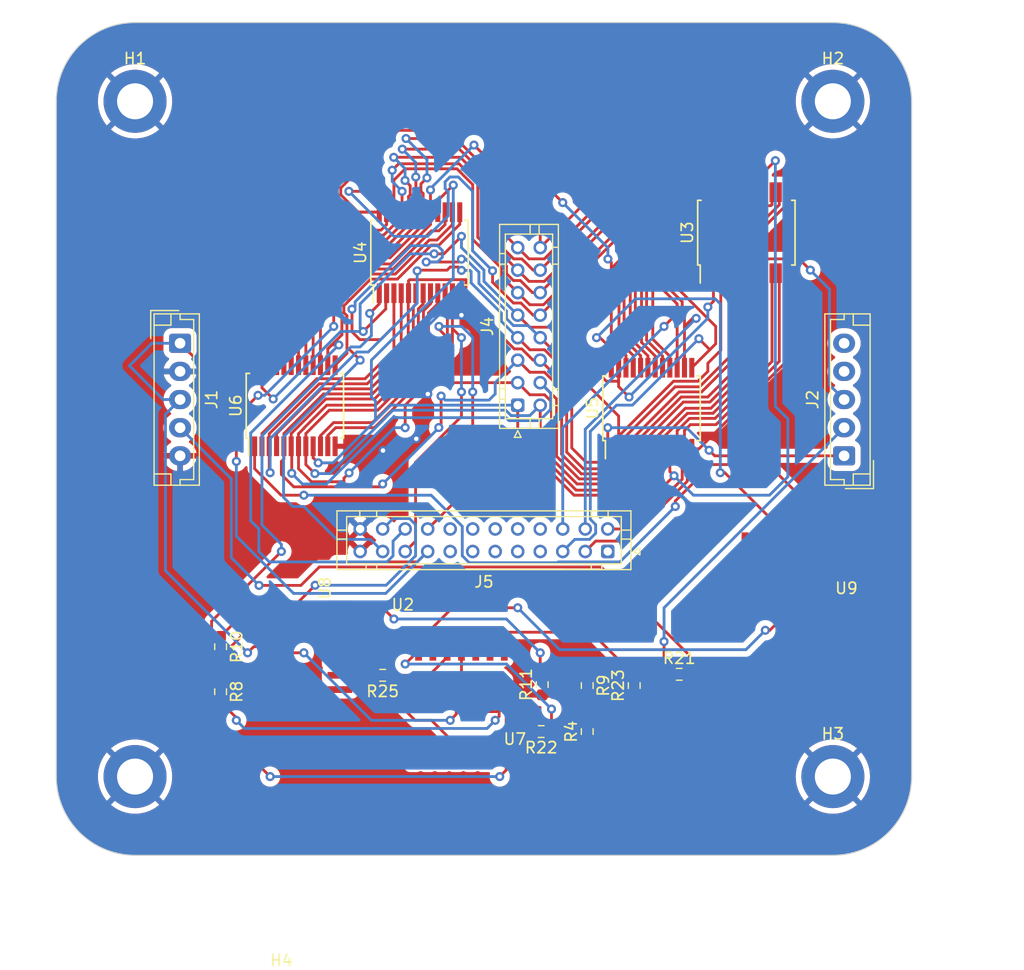
<source format=kicad_pcb>
(kicad_pcb (version 20221018) (generator pcbnew)
  (layers (0 "F.Cu" signal) (31 "B.Cu" signal) (34 "B.Paste" user) (35 "F.Paste" user) (36 "B.SilkS" user "B.Silkscreen") (37 "F.SilkS" user "F.Silkscreen") (38 "B.Mask" user) (39 "F.Mask" user) (44 "Edge.Cuts" user))
  (net 0 "")
  (net 1 "0")
  (net 2 "+5V")
  (net 3 "+12V")
  (net 4 "1-ENTREE")
  (net 5 "AOP0IN+")
  (net 6 "2-ENTREE")
  (net 9 "Net-(J4-Pin_1)")
  (net 10 "Net-(J4-Pin_2)")
  (net 11 "Net-(J4-Pin_3)")
  (net 12 "Net-(J4-Pin_4)")
  (net 13 "Net-(J4-Pin_5)")
  (net 14 "Net-(J4-Pin_6)")
  (net 15 "Net-(J4-Pin_7)")
  (net 16 "Net-(J4-Pin_8)")
  (net 17 "Net-(J4-Pin_9)")
  (net 18 "Net-(J4-Pin_10)")
  (net 19 "Net-(J4-Pin_11)")
  (net 20 "Net-(J4-Pin_12)")
  (net 21 "Net-(J4-Pin_13)")
  (net 22 "Net-(J4-Pin_14)")
  (net 23 "Net-(J4-Pin_15)")
  (net 24 "Net-(J4-Pin_16)")
  (net 26 "A1")
  (net 27 "B1")
  (net 28 "C1")
  (net 29 "D1")
  (net 30 "NE1")
  (net 41 "NE2")
  (net 42 "A2")
  (net 43 "B2")
  (net 44 "C2")
  (net 45 "D2")
  (net 46 "TRIOAOP1")
  (net 47 "Net-(R22-Pad1)")
  (net 48 "Net-(R23-Pad1)")
  (net 49 "Net-(U8A-+)")
  (net 50 "Net-(U7A-+)")
  (net 51 "Net-(U8A--)")
  (net 52 "Net-(U9A-+)")
  (net 53 "Net-(R20-Pad1)")
  (net 54 "Net-(U2A-+)")
  (net 55 "-5V")
  (net 56 "AOP1")
  (net 57 "AOP2")
  (footprint "Package_SO:SSOP-24_5.3x8.2mm_P0.65mm" (layer "F.Cu") (at 219.890812 77.273807 90)
    (fp_text reference "U5")
    (fp_text value "CD74HC4067SM")
  )
  (footprint "Package_SO:SSOP-24_5.3x8.2mm_P0.65mm" (layer "F.Cu") (at 188.198896 77.05 90)
    (fp_text reference "U6")
    (fp_text value "CD74HC4067SM")
  )
  (footprint "Resistor_SMD:R_0603_1608Metric_Pad0.98x0.95mm_HandSolder" (layer "F.Cu") (at 181.6 98.46 -90)
    (fp_text reference "R10")
    (fp_text value "10k")
  )
  (footprint "Package_SO:SSOP-24_5.3x8.2mm_P0.65mm" (layer "F.Cu") (at 228.315812 61.673807 90)
    (fp_text reference "U3")
    (fp_text value "CD74HC4067SM")
  )
  (footprint "CUSTOM:SO14" (layer "F.Cu") (at 202.54 105.4 180)
    (fp_text reference "U7")
    (fp_text value "TLC274")
  )
  (footprint "CUSTOM:SO14" (layer "F.Cu") (at 189.6 98.46 -90)
    (fp_text reference "U8")
    (fp_text value "TLC274")
  )
  (footprint "MountingHole:MountingHole_3.2mm_M3_DIN965_Pad" (layer "F.Cu") (at 174 50)
    (fp_text reference "H1")
    (fp_text value "MountingHole_Pad")
  )
  (footprint "MountingHole:MountingHole_3.2mm_M3_DIN965_Pad" (layer "F.Cu") (at 236 110)
    (fp_text reference "H3")
    (fp_text value "MountingHole_Pad")
  )
  (footprint "Resistor_SMD:R_0603_1608Metric_Pad0.98x0.95mm_HandSolder" (layer "F.Cu") (at 210.0875 106 180)
    (fp_text reference "R22")
    (fp_text value "1M")
  )
  (footprint "CUSTOM:SO14" (layer "F.Cu") (at 203 96)
    (fp_text reference "U2")
    (fp_text value "TLC274")
  )
  (footprint "MountingHole:MountingHole_3.2mm_M3_DIN965_Pad" (layer "F.Cu") (at 174 110)
    (fp_text reference "H4")
    (fp_text value "MountingHole_Pad")
  )
  (footprint "Resistor_SMD:R_0603_1608Metric_Pad0.98x0.95mm_HandSolder" (layer "F.Cu") (at 214.175 106 90)
    (fp_text reference "R4")
    (fp_text value "1M")
  )
  (footprint "CUSTOM:SO14" (layer "F.Cu") (at 232 92 180)
    (fp_text reference "U9")
    (fp_text value "TLC274")
  )
  (footprint "MountingHole:MountingHole_3.2mm_M3_DIN965_Pad" (layer "F.Cu") (at 236 50)
    (fp_text reference "H2")
    (fp_text value "MountingHole_Pad")
  )
  (footprint "Resistor_SMD:R_0603_1608Metric_Pad0.98x0.95mm_HandSolder" (layer "F.Cu") (at 214.175 101.9125 -90)
    (fp_text reference "R9")
    (fp_text value "10k")
  )
  (footprint "Resistor_SMD:R_0603_1608Metric_Pad0.98x0.95mm_HandSolder" (layer "F.Cu") (at 181.6 102.46 -90)
    (fp_text reference "R8")
    (fp_text value "10k")
  )
  (footprint "Resistor_SMD:R_0603_1608Metric_Pad0.98x0.95mm_HandSolder" (layer "F.Cu") (at 222.35 100.9125)
    (fp_text reference "R21")
    (fp_text value "200k")
  )
  (footprint "Connector_JST:JST_EH_B5B-EH-A_1x05_P2.50mm_Vertical" (layer "F.Cu") (at 237 81.5 90)
    (fp_text reference "J2")
    (fp_text value "Conn_01x05")
  )
  (footprint "Connector_JST:JST_PHD_B16B-PHDSS_2x08_P2.00mm_Vertical" (layer "F.Cu") (at 208 77 90)
    (fp_text reference "J4")
    (fp_text value "Conn_02x08_Top_Bottom")
  )
  (footprint "Connector_JST:JST_EH_B5B-EH-A_1x05_P2.50mm_Vertical" (layer "F.Cu") (at 178 71.5 -90)
    (fp_text reference "J1")
    (fp_text value "Conn_01x05")
  )
  (footprint "Resistor_SMD:R_0603_1608Metric_Pad0.98x0.95mm_HandSolder" (layer "F.Cu") (at 218.35 101.9125 90)
    (fp_text reference "R23")
    (fp_text value "1M")
  )
  (footprint "Package_SO:SSOP-24_5.3x8.2mm_P0.65mm" (layer "F.Cu") (at 199.273896 63.45 90)
    (fp_text reference "U4")
    (fp_text value "CD74HC4067SM")
  )
  (footprint "Resistor_SMD:R_0603_1608Metric_Pad0.98x0.95mm_HandSolder" (layer "F.Cu") (at 210.175 101.825 90)
    (fp_text reference "R11")
    (fp_text value "10k")
  )
  (footprint "Connector_JST:JST_PHD_B24B-PHDSS_2x12_P2.00mm_Vertical" (layer "F.Cu") (at 216 90 180)
    (fp_text reference "J5")
    (fp_text value "Conn_02x12_Top_Bottom")
  )
  (footprint "Resistor_SMD:R_0603_1608Metric_Pad0.98x0.95mm_HandSolder" (layer "F.Cu") (at 196 101 180)
    (fp_text reference "R25")
    (fp_text value "200k")
  )
  (gr_line (start 236 117) (end 174 117) (stroke (width 0.1)) (layer "Edge.Cuts"))
  (gr_arc (start 236 43) (mid 240.949747 45.050253) (end 243 50) (stroke (width 0.1)) (layer "Edge.Cuts"))
  (gr_line (start 167 110) (end 167 50) (stroke (width 0.1)) (layer "Edge.Cuts"))
  (gr_arc (start 174 117) (mid 169.050253 114.949747) (end 167 110) (stroke (width 0.1)) (layer "Edge.Cuts"))
  (gr_arc (start 167 50) (mid 169.050253 45.050253) (end 174 43) (stroke (width 0.1)) (layer "Edge.Cuts"))
  (gr_arc (start 243 110) (mid 240.949747 114.949747) (end 236 117) (stroke (width 0.1)) (layer "Edge.Cuts"))
  (gr_line (start 174 43) (end 236 43) (stroke (width 0.1)) (layer "Edge.Cuts"))
  (gr_line (start 243 50) (end 243 110) (stroke (width 0.1)) (layer "Edge.Cuts"))
  (segment (start 202.848896 68.848896) (end 202.848896 67.05) (width 0.25) (layer "F.Cu") (net 1))
  (segment (start 231.890812 73.092183) (end 231.890812 65.273807) (width 0.25) (layer "F.Cu") (net 1))
  (segment (start 223.465812 80.873807) (end 224.109188 80.873807) (width 0.25) (layer "F.Cu") (net 1))
  (segment (start 224.109188 80.873807) (end 231.890812 73.092183) (width 0.25) (layer "F.Cu") (net 1))
  (segment (start 195.65 80.65) (end 196 81) (width 0.25) (layer "F.Cu") (net 1))
  (segment (start 198.987701 79.987701) (end 200.012299 78.963103) (width 0.25) (layer "F.Cu") (net 1))
  (segment (start 191.773896 80.65) (end 195.65 80.65) (width 0.25) (layer "F.Cu") (net 1))
  (segment (start 196 81) (end 196.030097 81.030097) (width 0.25) (layer "F.Cu") (net 1))
  (segment (start 203 69) (end 202.848896 68.848896) (width 0.25) (layer "F.Cu") (net 1))
  (segment (start 200.012299 78.963103) (end 200.012299 76.012299) (width 0.25) (layer "F.Cu") (net 1))
  (via (at 196.030097 81.030097) (size 0.8) (drill 0.4) (layers "F.Cu" "B.Cu") (net 1))
  (via (at 198.987701 79.987701) (size 0.8) (drill 0.4) (layers "F.Cu" "B.Cu") (net 1))
  (via (at 200.012299 76.012299) (size 0.8) (drill 0.4) (layers "F.Cu" "B.Cu") (net 1))
  (via (at 203 69) (size 0.8) (drill 0.4) (layers "F.Cu" "B.Cu") (net 1))
  (segment (start 200.012299 76.012299) (end 200.012299 69.962396) (width 0.25) (layer "B.Cu") (net 1))
  (segment (start 197.945305 81.030097) (end 198.987701 79.987701) (width 0.25) (layer "B.Cu") (net 1))
  (segment (start 200.012299 69.962396) (end 200.974695 69) (width 0.25) (layer "B.Cu") (net 1))
  (segment (start 196.030097 81.030097) (end 197.945305 81.030097) (width 0.25) (layer "B.Cu") (net 1))
  (segment (start 200.974695 69) (end 203 69) (width 0.25) (layer "B.Cu") (net 1))
  (segment (start 179.5 73) (end 184.173896 73) (width 0.25) (layer "F.Cu") (net 2))
  (segment (start 197.391138 52.583557) (end 205.583557 52.583557) (width 0.25) (layer "F.Cu") (net 2))
  (segment (start 215.315812 71) (end 216.315812 72) (width 0.25) (layer "F.Cu") (net 2))
  (segment (start 215 71) (end 215.315812 71) (width 0.25) (layer "F.Cu") (net 2))
  (segment (start 216.315812 64.315812) (end 216.315812 66) (width 0.25) (layer "F.Cu") (net 2))
  (segment (start 202.54 104.46) (end 202 105) (width 0.25) (layer "F.Cu") (net 2))
  (segment (start 232 89.4) (end 232 88.6) (width 0.25) (layer "F.Cu") (net 2))
  (segment (start 187.54 99) (end 187 98.46) (width 0.25) (layer "F.Cu") (net 2))
  (segment (start 223.090812 58.073807) (end 224.740812 58.073807) (width 0.25) (layer "F.Cu") (net 2))
  (segment (start 216.315812 72) (end 216.315812 66) (width 0.25) (layer "F.Cu") (net 2))
  (segment (start 192.275 58.300305) (end 192.275 57.699695) (width 0.25) (layer "F.Cu") (net 2))
  (segment (start 226.4 83) (end 226 83) (width 0.25) (layer "F.Cu") (net 2))
  (segment (start 192.275 57.699695) (end 197.391138 52.583557) (width 0.25) (layer "F.Cu") (net 2))
  (segment (start 203 102.34) (end 202.54 102.8) (width 0.25) (layer "F.Cu") (net 2))
  (segment (start 184.173896 73) (end 184.623896 73.45) (width 0.25) (layer "F.Cu") (net 2))
  (segment (start 202.54 102.8) (end 202.54 104.46) (width 0.25) (layer "F.Cu") (net 2))
  (segment (start 178 76.45) (end 178.45 76) (width 0.25) (layer "F.Cu") (net 2))
  (segment (start 203 98.6) (end 203 102.34) (width 0.25) (layer "F.Cu") (net 2))
  (segment (start 187 98.46) (end 184.54 98.46) (width 0.25) (layer "F.Cu") (net 2))
  (segment (start 178 71.5) (end 179.5 73) (width 0.25) (layer "F.Cu") (net 2))
  (segment (start 184.54 98.46) (end 184 99) (width 0.25) (layer "F.Cu") (net 2))
  (segment (start 205.583557 52.583557) (end 212 59) (width 0.25) (layer "F.Cu") (net 2))
  (segment (start 216.315812 64.848807) (end 223.090812 58.073807) (width 0.25) (layer "F.Cu") (net 2))
  (segment (start 178 76.5) (end 178 76.45) (width 0.25) (layer "F.Cu") (net 2))
  (segment (start 189 99) (end 187.54 99) (width 0.25) (layer "F.Cu") (net 2))
  (segment (start 195.698896 59.85) (end 193.824695 59.85) (width 0.25) (layer "F.Cu") (net 2))
  (segment (start 232 88.6) (end 226.4 83) (width 0.25) (layer "F.Cu") (net 2))
  (segment (start 216.315812 73.673807) (end 216.315812 72) (width 0.25) (layer "F.Cu") (net 2))
  (segment (start 216.012299 64.012299) (end 216.315812 64.315812) (width 0.25) (layer "F.Cu") (net 2))
  (segment (start 184.623896 69.1) (end 193.873896 59.85) (width 0.25) (layer "F.Cu") (net 2))
  (segment (start 193.824695 59.85) (end 192.275 58.300305) (width 0.25) (layer "F.Cu") (net 2))
  (segment (start 184.623896 73.45) (end 184.623896 69.1) (width 0.25) (layer "F.Cu") (net 2))
  (segment (start 216.315812 66) (end 216.315812 64.848807) (width 0.25) (layer "F.Cu") (net 2))
  (segment (start 193.873896 59.85) (end 195.698896 59.85) (width 0.25) (layer "F.Cu") (net 2))
  (via (at 212 59) (size 0.8) (drill 0.4) (layers "F.Cu" "B.Cu") (net 2))
  (via (at 226 83) (size 0.8) (drill 0.4) (layers "F.Cu" "B.Cu") (net 2))
  (via (at 184 99) (size 0.8) (drill 0.4) (layers "F.Cu" "B.Cu") (net 2))
  (via (at 215 71) (size 0.8) (drill 0.4) (layers "F.Cu" "B.Cu") (net 2))
  (via (at 216.012299 64.012299) (size 0.8) (drill 0.4) (layers "F.Cu" "B.Cu") (net 2))
  (via (at 202 105) (size 0.8) (drill 0.4) (layers "F.Cu" "B.Cu") (net 2))
  (via (at 189 99) (size 0.8) (drill 0.4) (layers "F.Cu" "B.Cu") (net 2))
  (segment (start 216.012299 63.012299) (end 216.012299 64.012299) (width 0.25) (layer "B.Cu") (net 2))
  (segment (start 212 59) (end 216.012299 63.012299) (width 0.25) (layer "B.Cu") (net 2))
  (segment (start 173.5 73.5) (end 175.5 71.5) (width 0.25) (layer "B.Cu") (net 2))
  (segment (start 175.5 71.5) (end 178 71.5) (width 0.25) (layer "B.Cu") (net 2))
  (segment (start 178 76.5) (end 176.5 76.5) (width 0.25) (layer "B.Cu") (net 2))
  (segment (start 176.5 76.5) (end 173.5 73.5) (width 0.25) (layer "B.Cu") (net 2))
  (segment (start 184 99) (end 176.7 91.7) (width 0.25) (layer "B.Cu") (net 2))
  (segment (start 225.548807 67.548807) (end 218.451193 67.548807) (width 0.25) (layer "B.Cu") (net 2))
  (segment (start 176.7 77.8) (end 178 76.5) (width 0.25) (layer "B.Cu") (net 2))
  (segment (start 202 105) (end 195 105) (width 0.25) (layer "B.Cu") (net 2))
  (segment (start 195 105) (end 189 99) (width 0.25) (layer "B.Cu") (net 2))
  (segment (start 226 68) (end 225.548807 67.548807) (width 0.25) (layer "B.Cu") (net 2))
  (segment (start 218.451193 67.548807) (end 215 71) (width 0.25) (layer "B.Cu") (net 2))
  (segment (start 226 83) (end 226 68) (width 0.25) (layer "B.Cu") (net 2))
  (segment (start 176.7 91.7) (end 176.7 77.8) (width 0.25) (layer "B.Cu") (net 2))
  (segment (start 223.2625 99.237195) (end 215.400305 91.375) (width 0.25) (layer "F.Cu") (net 3))
  (segment (start 185.012299 93.012299) (end 188.737701 93.012299) (width 0.25) (layer "F.Cu") (net 3))
  (segment (start 215.400305 91.375) (end 190.375 91.375) (width 0.25) (layer "F.Cu") (net 3))
  (segment (start 223.2625 100.9125) (end 223.2625 99.237195) (width 0.25) (layer "F.Cu") (net 3))
  (segment (start 188.737701 93.012299) (end 190.375 91.375) (width 0.25) (layer "F.Cu") (net 3))
  (via (at 185.012299 93.012299) (size 0.8) (drill 0.4) (layers "F.Cu" "B.Cu") (net 3))
  (segment (start 182.55 83.55) (end 182.55 90.55) (width 0.25) (layer "B.Cu") (net 3))
  (segment (start 178 79) (end 182.55 83.55) (width 0.25) (layer "B.Cu") (net 3))
  (segment (start 182.55 90.55) (end 185.012299 93.012299) (width 0.25) (layer "B.Cu") (net 3))
  (segment (start 216 80.557995) (end 216.315812 80.873807) (width 0.25) (layer "F.Cu") (net 4))
  (segment (start 237 81.5) (end 225.5 81.5) (width 0.25) (layer "F.Cu") (net 4))
  (segment (start 216 79) (end 216 80.557995) (width 0.25) (layer "F.Cu") (net 4))
  (segment (start 225.5 81.5) (end 225.003797 81.003797) (width 0.25) (layer "F.Cu") (net 4))
  (via (at 225.003797 81.003797) (size 0.8) (drill 0.4) (layers "F.Cu" "B.Cu") (net 4))
  (via (at 216 79) (size 0.8) (drill 0.4) (layers "F.Cu" "B.Cu") (net 4))
  (segment (start 225.003797 81.003797) (end 223 79) (width 0.25) (layer "B.Cu") (net 4))
  (segment (start 223 79) (end 216 79) (width 0.25) (layer "B.Cu") (net 4))
  (segment (start 214.525 97.175) (end 218.35 101) (width 0.25) (layer "F.Cu") (net 5))
  (segment (start 200.46 98.6) (end 200.46 97.8) (width 0.25) (layer "F.Cu") (net 5))
  (segment (start 200.46 97.8) (end 201.085 97.175) (width 0.25) (layer "F.Cu") (net 5))
  (segment (start 221 100.475) (end 221 98) (width 0.25) (layer "F.Cu") (net 5))
  (segment (start 221.4375 100.9125) (end 221 100.475) (width 0.25) (layer "F.Cu") (net 5))
  (segment (start 221.4375 100.9125) (end 218.4375 100.9125) (width 0.25) (layer "F.Cu") (net 5))
  (segment (start 218.4375 100.9125) (end 218.35 101) (width 0.25) (layer "F.Cu") (net 5))
  (segment (start 201.085 97.175) (end 214.525 97.175) (width 0.25) (layer "F.Cu") (net 5))
  (via (at 221 98) (size 0.8) (drill 0.4) (layers "F.Cu" "B.Cu") (net 5))
  (segment (start 221 98) (end 221 95) (width 0.25) (layer "B.Cu") (net 5))
  (segment (start 221 95) (end 237 79) (width 0.25) (layer "B.Cu") (net 5))
  (segment (start 224.740812 64.259188) (end 224.740812 65.273807) (width 0.25) (layer "F.Cu") (net 6))
  (segment (start 225 64) (end 224.740812 64.259188) (width 0.25) (layer "F.Cu") (net 6))
  (segment (start 233 64) (end 225 64) (width 0.25) (layer "F.Cu") (net 6))
  (segment (start 234 65) (end 233 64) (width 0.25) (layer "F.Cu") (net 6))
  (via (at 234 65) (size 0.8) (drill 0.4) (layers "F.Cu" "B.Cu") (net 6))
  (segment (start 235.7 75.2) (end 235.7 66.7) (width 0.25) (layer "B.Cu") (net 6))
  (segment (start 237 76.5) (end 235.7 75.2) (width 0.25) (layer "B.Cu") (net 6))
  (segment (start 235.7 66.7) (end 234 65) (width 0.25) (layer "B.Cu") (net 6))
  (segment (start 202.273896 57.45) (end 200.898896 58.825) (width 0.25) (layer "F.Cu") (net 9))
  (segment (start 189.823896 81.674502) (end 189.823896 80.65) (width 0.25) (layer "F.Cu") (net 9))
  (segment (start 208 77) (end 208 80) (width 0.25) (layer "F.Cu") (net 9))
  (segment (start 230.890812 55.273807) (end 229.940812 56.223807) (width 0.25) (layer "F.Cu") (net 9))
  (segment (start 208 80) (end 213 85) (width 0.25) (layer "F.Cu") (net 9))
  (segment (start 190.273896 82.124502) (end 189.823896 81.674502) (width 0.25) (layer "F.Cu") (net 9))
  (segment (start 221.515812 80.873807) (end 221.515812 82.898807) (width 0.25) (layer "F.Cu") (net 9))
  (segment (start 229.940812 56.223807) (end 229.940812 58.073807) (width 0.25) (layer "F.Cu") (net 9))
  (segment (start 200.898896 58.825) (end 200.898896 59.85) (width 0.25) (layer "F.Cu") (net 9))
  (segment (start 213 85) (end 220.164619 85) (width 0.25) (layer "F.Cu") (net 9))
  (segment (start 220.164619 85) (end 221.890812 83.273807) (width 0.25) (layer "F.Cu") (net 9))
  (segment (start 221.515812 82.898807) (end 221.890812 83.273807) (width 0.25) (layer "F.Cu") (net 9))
  (via (at 230.890812 55.273807) (size 0.8) (drill 0.4) (layers "F.Cu" "B.Cu") (net 9))
  (via (at 221.890812 83.273807) (size 0.8) (drill 0.4) (layers "F.Cu" "B.Cu") (net 9))
  (via (at 190.273896 82.124502) (size 0.8) (drill 0.4) (layers "F.Cu" "B.Cu") (net 9))
  (via (at 202.273896 57.45) (size 0.8) (drill 0.4) (layers "F.Cu" "B.Cu") (net 9))
  (segment (start 230.363604 85) (end 232 83.363604) (width 0.25) (layer "B.Cu") (net 9))
  (segment (start 208 77) (end 196.723896 77) (width 0.25) (layer "B.Cu") (net 9))
  (segment (start 195 76.276104) (end 195 73) (width 0.25) (layer "B.Cu") (net 9))
  (segment (start 190.273896 82.124502) (end 191.599394 82.124502) (width 0.25) (layer "B.Cu") (net 9))
  (segment (start 195.361948 78.361948) (end 195.361948 76.638052) (width 0.25) (layer "B.Cu") (net 9))
  (segment (start 221.890812 83.273807) (end 223.617005 85) (width 0.25) (layer "B.Cu") (net 9))
  (segment (start 232 78.218376) (end 230.890812 77.109188) (width 0.25) (layer "B.Cu") (net 9))
  (segment (start 232 83.363604) (end 232 78.218376) (width 0.25) (layer "B.Cu") (net 9))
  (segment (start 195 73) (end 202.273896 65.726104) (width 0.25) (layer "B.Cu") (net 9))
  (segment (start 191.599394 82.124502) (end 195.361948 78.361948) (width 0.25) (layer "B.Cu") (net 9))
  (segment (start 202.273896 65.726104) (end 202.273896 57.45) (width 0.25) (layer "B.Cu") (net 9))
  (segment (start 196.723896 77) (end 195.361948 78.361948) (width 0.25) (layer "B.Cu") (net 9))
  (segment (start 223.617005 85) (end 230.363604 85) (width 0.25) (layer "B.Cu") (net 9))
  (segment (start 195.361948 76.638052) (end 195 76.276104) (width 0.25) (layer "B.Cu") (net 9))
  (segment (start 230.890812 77.109188) (end 230.890812 55.273807) (width 0.25) (layer "B.Cu") (net 9))
  (segment (start 225.35 77.723807) (end 229.940812 73.132995) (width 0.25) (layer "F.Cu") (net 10))
  (segment (start 191.248896 77.45) (end 195.55 77.45) (width 0.25) (layer "F.Cu") (net 10))
  (segment (start 229.940812 73.132995) (end 229.940812 65.273807) (width 0.25) (layer "F.Cu") (net 10))
  (segment (start 195.55 77.45) (end 200.073896 72.926104) (width 0.25) (layer "F.Cu") (net 10))
  (segment (start 189.173896 82.27684) (end 189.173896 80.65) (width 0.25) (layer "F.Cu") (net 10))
  (segment (start 200.073896 72.926104) (end 200.073896 68.809188) (width 0.25) (layer "F.Cu") (net 10))
  (segment (start 189.173896 79.525) (end 191.248896 77.45) (width 0.25) (layer "F.Cu") (net 10))
  (segment (start 219.45 84.55) (end 220.865812 83.134188) (width 0.25) (layer "F.Cu") (net 10))
  (segment (start 210 77) (end 210 81.363604) (width 0.25) (layer "F.Cu") (net 10))
  (segment (start 220.865812 79.935203) (end 223.077208 77.723807) (width 0.25) (layer "F.Cu") (net 10))
  (segment (start 189.173896 80.65) (end 189.173896 79.525) (width 0.25) (layer "F.Cu") (net 10))
  (segment (start 213.186396 84.55) (end 219.45 84.55) (width 0.25) (layer "F.Cu") (net 10))
  (segment (start 223.077208 77.723807) (end 225.35 77.723807) (width 0.25) (layer "F.Cu") (net 10))
  (segment (start 210 81.363604) (end 213.186396 84.55) (width 0.25) (layer "F.Cu") (net 10))
  (segment (start 200.898896 67.984188) (end 200.898896 67.05) (width 0.25) (layer "F.Cu") (net 10))
  (segment (start 220.865812 80.873807) (end 220.865812 79.935203) (width 0.25) (layer "F.Cu") (net 10))
  (segment (start 200.073896 68.809188) (end 200.898896 67.984188) (width 0.25) (layer "F.Cu") (net 10))
  (segment (start 220.865812 83.134188) (end 220.865812 80.873807) (width 0.25) (layer "F.Cu") (net 10))
  (segment (start 189.975469 83.078413) (end 189.173896 82.27684) (width 0.25) (layer "F.Cu") (net 10))
  (via (at 189.975469 83.078413) (size 0.8) (drill 0.4) (layers "F.Cu" "B.Cu") (net 10))
  (segment (start 196.180146 78.194455) (end 196.180146 78.180146) (width 0.25) (layer "B.Cu") (net 10))
  (segment (start 191.296188 83.078413) (end 196.180146 78.194455) (width 0.25) (layer "B.Cu") (net 10))
  (segment (start 196.180146 78.180146) (end 196.910292 77.45) (width 0.25) (layer "B.Cu") (net 10))
  (segment (start 206.936827 77.45) (end 207.411827 77.925) (width 0.25) (layer "B.Cu") (net 10))
  (segment (start 209.075 77.925) (end 210 77) (width 0.25) (layer "B.Cu") (net 10))
  (segment (start 207.411827 77.925) (end 209.075 77.925) (width 0.25) (layer "B.Cu") (net 10))
  (segment (start 196.910292 77.45) (end 206.936827 77.45) (width 0.25) (layer "B.Cu") (net 10))
  (segment (start 189.975469 83.078413) (end 191.296188 83.078413) (width 0.25) (layer "B.Cu") (net 10))
  (segment (start 198 79) (end 198 77) (width 0.25) (layer "F.Cu") (net 11))
  (segment (start 220.215812 79.948807) (end 222.890812 77.273807) (width 0.25) (layer "F.Cu") (net 11))
  (segment (start 192.556879 83.478717) (end 193.017798 83.017798) (width 0.25) (layer "F.Cu") (net 11))
  (segment (start 209.075 76.075) (end 210.383148 76.075) (width 0.25) (layer "F.Cu") (net 11))
  (segment (start 222.890812 77.273807) (end 225.163604 77.273807) (width 0.25) (layer "F.Cu") (net 11))
  (segment (start 192.556879 83.803413) (end 189.675164 83.803413) (width 0.25) (layer "F.Cu") (net 11))
  (segment (start 200 75) (end 208 75) (width 0.25) (layer "F.Cu") (net 11))
  (segment (start 192.556879 83.803413) (end 192.556879 83.478717) (width 0.25) (layer "F.Cu") (net 11))
  (segment (start 220.215812 80.873807) (end 220.215812 79.948807) (width 0.25) (layer "F.Cu") (net 11))
  (segment (start 199.623896 72.738052) (end 199.623896 68.622792) (width 0.25) (layer "F.Cu") (net 11))
  (segment (start 189 79.035292) (end 191.035292 77) (width 0.25) (layer "F.Cu") (net 11))
  (segment (start 198 77) (end 200 75) (width 0.25) (layer "F.Cu") (net 11))
  (segment (start 200.248896 67.997792) (end 200.248896 67.05) (width 0.25) (layer "F.Cu") (net 11))
  (segment (start 188.523896 82.652145) (end 188.523896 80.65) (width 0.25) (layer "F.Cu") (net 11))
  (segment (start 189 79.0625) (end 189 79.035292) (width 0.25) (layer "F.Cu") (net 11))
  (segment (start 188.523896 80.65) (end 188.523896 79.538604) (width 0.25) (layer "F.Cu") (net 11))
  (segment (start 219.363604 84) (end 220.215812 83.147792) (width 0.25) (layer "F.Cu") (net 11))
  (segment (start 210.383148 76.075) (end 211 76.691852) (width 0.25) (layer "F.Cu") (net 11))
  (segment (start 213.272792 84) (end 219.363604 84) (width 0.25) (layer "F.Cu") (net 11))
  (segment (start 211 76.691852) (end 211 81.727208) (width 0.25) (layer "F.Cu") (net 11))
  (segment (start 225.163604 77.273807) (end 229.290812 73.146599) (width 0.25) (layer "F.Cu") (net 11))
  (segment (start 199.623896 68.622792) (end 200.248896 67.997792) (width 0.25) (layer "F.Cu") (net 11))
  (segment (start 220.215812 83.147792) (end 220.215812 80.873807) (width 0.25) (layer "F.Cu") (net 11))
  (segment (start 211 81.727208) (end 213.272792 84) (width 0.25) (layer "F.Cu") (net 11))
  (segment (start 189.675164 83.803413) (end 188.523896 82.652145) (width 0.25) (layer "F.Cu") (net 11))
  (segment (start 229.290812 73.146599) (end 229.290812 65.273807) (width 0.25) (layer "F.Cu") (net 11))
  (segment (start 191.035292 77) (end 195.361948 77) (width 0.25) (layer "F.Cu") (net 11))
  (segment (start 195.361948 77) (end 199.623896 72.738052) (width 0.25) (layer "F.Cu") (net 11))
  (segment (start 208 75) (end 209.075 76.075) (width 0.25) (layer "F.Cu") (net 11))
  (segment (start 188.523896 79.538604) (end 189 79.0625) (width 0.25) (layer "F.Cu") (net 11))
  (via (at 198 79) (size 0.8) (drill 0.4) (layers "F.Cu" "B.Cu") (net 11))
  (via (at 193.017798 83.017798) (size 0.8) (drill 0.4) (layers "F.Cu" "B.Cu") (net 11))
  (segment (start 197.035596 79) (end 198 79) (width 0.25) (layer "B.Cu") (net 11))
  (segment (start 193.017798 83.017798) (end 197.035596 79) (width 0.25) (layer "B.Cu") (net 11))
  (segment (start 190.948896 76.45) (end 195.273896 76.45) (width 0.25) (layer "F.Cu") (net 12))
  (segment (start 228.440812 72.273807) (end 228.640812 72.073807) (width 0.25) (layer "F.Cu") (net 12))
  (segment (start 199.173896 68.436396) (end 199.598896 68.011396) (width 0.25) (layer "F.Cu") (net 12))
  (segment (start 199.598896 68.011396) (end 199.598896 67.05) (width 0.25) (layer "F.Cu") (net 12))
  (segment (start 222.713604 76.723807) (end 225.077208 76.723807) (width 0.25) (layer "F.Cu") (net 12))
  (segment (start 187.920327 83.052901) (end 187.920327 80.696431) (width 0.25) (layer "F.Cu") (net 12))
  (segment (start 225.077208 76.723807) (end 228.440812 73.360203) (width 0.25) (layer "F.Cu") (net 12))
  (segment (start 210 75) (end 211.45 76.45) (width 0.25) (layer "F.Cu") (net 12))
  (segment (start 211.45 76.45) (end 211.45 81.540812) (width 0.25) (layer "F.Cu") (net 12))
  (segment (start 213.459188 83.55) (end 219.177208 83.55) (width 0.25) (layer "F.Cu") (net 12))
  (segment (start 211.45 81.540812) (end 213.459188 83.55) (width 0.25) (layer "F.Cu") (net 12))
  (segment (start 187.920327 80.696431) (end 187.873896 80.65) (width 0.25) (layer "F.Cu") (net 12))
  (segment (start 219.177208 83.55) (end 219.565812 83.161396) (width 0.25) (layer "F.Cu") (net 12))
  (segment (start 195.273896 76.45) (end 199.173896 72.55) (width 0.25) (layer "F.Cu") (net 12))
  (segment (start 187.873896 79.525) (end 190.948896 76.45) (width 0.25) (layer "F.Cu") (net 12))
  (segment (start 219.565812 83.161396) (end 219.565812 80.873807) (width 0.25) (layer "F.Cu") (net 12))
  (segment (start 228.440812 73.360203) (end 228.440812 72.273807) (width 0.25) (layer "F.Cu") (net 12))
  (segment (start 199.173896 72.55) (end 199.173896 68.436396) (width 0.25) (layer "F.Cu") (net 12))
  (segment (start 219.565812 79.871599) (end 222.713604 76.723807) (width 0.25) (layer "F.Cu") (net 12))
  (segment (start 219.565812 80.873807) (end 219.565812 79.871599) (width 0.25) (layer "F.Cu") (net 12))
  (segment (start 187.873896 80.65) (end 187.873896 79.525) (width 0.25) (layer "F.Cu") (net 12))
  (segment (start 228.640812 72.073807) (end 228.640812 65.273807) (width 0.25) (layer "F.Cu") (net 12))
  (via (at 187.920327 83.052901) (size 0.8) (drill 0.4) (layers "F.Cu" "B.Cu") (net 12))
  (segment (start 210.925 77.383148) (end 209.933148 78.375) (width 0.25) (layer "B.Cu") (net 12))
  (segment (start 209.933148 78.375) (end 207.225431 78.375) (width 0.25) (layer "B.Cu") (net 12))
  (segment (start 206.961827 78.111396) (end 197.111396 78.111396) (width 0.25) (layer "B.Cu") (net 12))
  (segment (start 197 78) (end 197 78.010997) (width 0.25) (layer "B.Cu") (net 12))
  (segment (start 197 78.010997) (end 191.010997 84) (width 0.25) (layer "B.Cu") (net 12))
  (segment (start 188.867426 84) (end 187.920327 83.052901) (width 0.25) (layer "B.Cu") (net 12))
  (segment (start 207.225431 78.375) (end 206.961827 78.111396) (width 0.25) (layer "B.Cu") (net 12))
  (segment (start 210 75) (end 210.925 75.925) (width 0.25) (layer "B.Cu") (net 12))
  (segment (start 197.111396 78.111396) (end 197 78) (width 0.25) (layer "B.Cu") (net 12))
  (segment (start 210.925 75.925) (end 210.925 77.383148) (width 0.25) (layer "B.Cu") (net 12))
  (segment (start 191.010997 84) (end 188.867426 84) (width 0.25) (layer "B.Cu") (net 12))
  (segment (start 201.192445 78.807555) (end 201.012299 78.987701) (width 0.25) (layer "F.Cu") (net 13))
  (segment (start 187.223896 81.776104) (end 187.223896 80.65) (width 0.25) (layer "F.Cu") (net 13))
  (segment (start 222.527208 76.273807) (end 224.890812 76.273807) (width 0.25) (layer "F.Cu") (net 13))
  (segment (start 218.915812 82.084188) (end 218.915812 80.873807) (width 0.25) (layer "F.Cu") (net 13))
  (segment (start 210.383148 74.075) (end 211.9 75.591852) (width 0.25) (layer "F.Cu") (net 13))
  (segment (start 195.0875 76) (end 198.723896 72.363604) (width 0.25) (layer "F.Cu") (net 13))
  (segment (start 198.723896 72.363604) (end 198.723896 68.25) (width 0.25) (layer "F.Cu") (net 13))
  (segment (start 227.990812 73.173807) (end 227.990812 65.273807) (width 0.25) (layer "F.Cu") (net 13))
  (segment (start 208 73) (end 209.075 74.075) (width 0.25) (layer "F.Cu") (net 13))
  (segment (start 190.748896 76) (end 195.0875 76) (width 0.25) (layer "F.Cu") (net 13))
  (segment (start 187.223896 79.525) (end 190.748896 76) (width 0.25) (layer "F.Cu") (net 13))
  (segment (start 213.645584 83.1) (end 217.9 83.1) (width 0.25) (layer "F.Cu") (net 13))
  (segment (start 198.723896 68.25) (end 198.948896 68.025) (width 0.25) (layer "F.Cu") (net 13))
  (segment (start 201.192445 76.192445) (end 201.192445 78.807555) (width 0.25) (layer "F.Cu") (net 13))
  (segment (start 217.9 83.1) (end 218.915812 82.084188) (width 0.25) (layer "F.Cu") (net 13))
  (segment (start 211.9 75.591852) (end 211.9 81.354416) (width 0.25) (layer "F.Cu") (net 13))
  (segment (start 187 82) (end 187.223896 81.776104) (width 0.25) (layer "F.Cu") (net 13))
  (segment (start 187.223896 80.65) (end 187.223896 79.525) (width 0.25) (layer "F.Cu") (net 13))
  (segment (start 209.075 74.075) (end 210.383148 74.075) (width 0.25) (layer "F.Cu") (net 13))
  (segment (start 224.890812 76.273807) (end 227.990812 73.173807) (width 0.25) (layer "F.Cu") (net 13))
  (segment (start 201.012299 78.987701) (end 200.987701 78.987701) (width 0.25) (layer "F.Cu") (net 13))
  (segment (start 211.9 81.354416) (end 213.645584 83.1) (width 0.25) (layer "F.Cu") (net 13))
  (segment (start 196 84) (end 195.746587 84.253413) (width 0.25) (layer "F.Cu") (net 13))
  (segment (start 187 83.157879) (end 187 82) (width 0.25) (layer "F.Cu") (net 13))
  (segment (start 195.746587 84.253413) (end 188.095534 84.253413) (width 0.25) (layer "F.Cu") (net 13))
  (segment (start 198.948896 68.025) (end 198.948896 67.05) (width 0.25) (layer "F.Cu") (net 13))
  (segment (start 218.915812 80.873807) (end 218.915812 79.885203) (width 0.25) (layer "F.Cu") (net 13))
  (segment (start 188.095534 84.253413) (end 187 83.157879) (width 0.25) (layer "F.Cu") (net 13))
  (segment (start 218.915812 79.885203) (end 222.527208 76.273807) (width 0.25) (layer "F.Cu") (net 13))
  (via (at 201.192445 76.192445) (size 0.8) (drill 0.4) (layers "F.Cu" "B.Cu") (net 13))
  (via (at 196 84) (size 0.8) (drill 0.4) (layers "F.Cu" "B.Cu") (net 13))
  (via (at 200.987701 78.987701) (size 0.8) (drill 0.4) (layers "F.Cu" "B.Cu") (net 13))
  (segment (start 206 76) (end 206 75) (width 0.25) (layer "B.Cu") (net 13))
  (segment (start 200.987701 79.012299) (end 196 84) (width 0.25) (layer "B.Cu") (net 13))
  (segment (start 206 75) (end 208 73) (width 0.25) (layer "B.Cu") (net 13))
  (segment (start 201.192445 76.192445) (end 201.55 76.55) (width 0.25) (layer "B.Cu") (net 13))
  (segment (start 205.45 76.55) (end 206 76) (width 0.25) (layer "B.Cu") (net 13))
  (segment (start 201.55 76.55) (end 205.45 76.55) (width 0.25) (layer "B.Cu") (net 13))
  (segment (start 200.987701 78.987701) (end 200.987701 79.012299) (width 0.25) (layer "B.Cu") (net 13))
  (segment (start 218.265812 80.873807) (end 218.265812 79.898807) (width 0.25) (layer "F.Cu") (net 14))
  (segment (start 203.398896 65.85) (end 198.398896 65.85) (width 0.25) (layer "F.Cu") (net 14))
  (segment (start 208.363604 72) (end 207.691852 72) (width 0.25) (layer "F.Cu") (net 14))
  (segment (start 227.340812 72.173807) (end 227.340812 65.273807) (width 0.25) (layer "F.Cu") (net 14))
  (segment (start 212.35 81.16802) (end 213.83198 82.65) (width 0.25) (layer "F.Cu") (net 14))
  (segment (start 198.398896 65.85) (end 198.298896 65.95) (width 0.25) (layer "F.Cu") (net 14))
  (segment (start 203.398896 67.707044) (end 203.398896 65.85) (width 0.25) (layer "F.Cu") (net 14))
  (segment (start 217.713604 82.65) (end 218.265812 82.097792) (width 0.25) (layer "F.Cu") (net 14))
  (segment (start 194.901104 75.55) (end 198.273896 72.177208) (width 0.25) (layer "F.Cu") (net 14))
  (segment (start 224.345406 75.817005) (end 227.240812 72.921599) (width 0.25) (layer "F.Cu") (net 14))
  (segment (start 190.548896 75.55) (end 194.901104 75.55) (width 0.25) (layer "F.Cu") (net 14))
  (segment (start 212.35 75.35) (end 212.35 81.16802) (width 0.25) (layer "F.Cu") (net 14))
  (segment (start 198.273896 67.075) (end 198.298896 67.05) (width 0.25) (layer "F.Cu") (net 14))
  (segment (start 210 73) (end 209.363604 73) (width 0.25) (layer "F.Cu") (net 14))
  (segment (start 222.347614 75.817005) (end 224.345406 75.817005) (width 0.25) (layer "F.Cu") (net 14))
  (segment (start 218.265812 79.898807) (end 222.347614 75.817005) (width 0.25) (layer "F.Cu") (net 14))
  (segment (start 218.265812 82.097792) (end 218.265812 80.873807) (width 0.25) (layer "F.Cu") (net 14))
  (segment (start 209.363604 73) (end 208.363604 72) (width 0.25) (layer "F.Cu") (net 14))
  (segment (start 213.83198 82.65) (end 217.713604 82.65) (width 0.25) (layer "F.Cu") (net 14))
  (segment (start 207.691852 72) (end 203.398896 67.707044) (width 0.25) (layer "F.Cu") (net 14))
  (segment (start 198.298896 65.95) (end 198.298896 67.05) (width 0.25) (layer "F.Cu") (net 14))
  (segment (start 186.573896 80.65) (end 186.573896 79.525) (width 0.25) (layer "F.Cu") (net 14))
  (segment (start 198.273896 72.177208) (end 198.273896 67.075) (width 0.25) (layer "F.Cu") (net 14))
  (segment (start 227.240812 72.273807) (end 227.340812 72.173807) (width 0.25) (layer "F.Cu") (net 14))
  (segment (start 210 73) (end 212.35 75.35) (width 0.25) (layer "F.Cu") (net 14))
  (segment (start 227.240812 72.921599) (end 227.240812 72.273807) (width 0.25) (layer "F.Cu") (net 14))
  (segment (start 186.573896 79.525) (end 190.548896 75.55) (width 0.25) (layer "F.Cu") (net 14))
  (segment (start 194.623896 75.1) (end 197.648896 72.075) (width 0.25) (layer "F.Cu") (net 15))
  (segment (start 208 71) (end 209.075 72.075) (width 0.25) (layer "F.Cu") (net 15))
  (segment (start 201.725 65.004747) (end 199.004747 65.004747) (width 0.25) (layer "F.Cu") (net 15))
  (segment (start 217.615812 79.735203) (end 221.98401 75.367005) (width 0.25) (layer "F.Cu") (net 15))
  (segment (start 185.923896 79.538604) (end 190.3625 75.1) (width 0.25) (layer "F.Cu") (net 15))
  (segment (start 224.15901 75.367005) (end 226.790812 72.735203) (width 0.25) (layer "F.Cu") (net 15))
  (segment (start 199 65) (end 199.066341 65.066341) (width 0.25) (layer "F.Cu") (net 15))
  (segment (start 226.790812 72.735203) (end 226.790812 65.273807) (width 0.25) (layer "F.Cu") (net 15))
  (segment (start 212.8 74.491852) (end 212.8 80.8) (width 0.25) (layer "F.Cu") (net 15))
  (segment (start 203.000037 65.022495) (end 202.707289 64.729747) (width 0.25) (layer "F.Cu") (net 15))
  (segment (start 185.923896 80.65) (end 185.923896 79.538604) (width 0.25) (layer "F.Cu") (net 15))
  (segment (start 202.707289 64.729747) (end 202 64.729747) (width 0.25) (layer "F.Cu") (net 15))
  (segment (start 226.790812 65.273807) (end 226.690812 65.273807) (width 0.25) (layer "F.Cu") (net 15))
  (segment (start 202 64.729747) (end 201.725 65.004747) (width 0.25) (layer "F.Cu") (net 15))
  (segment (start 210.383148 72.075) (end 212.8 74.491852) (width 0.25) (layer "F.Cu") (net 15))
  (segment (start 199.004747 65.004747) (end 199 65) (width 0.25) (layer "F.Cu") (net 15))
  (segment (start 209.075 72.075) (end 210.383148 72.075) (width 0.25) (layer "F.Cu") (net 15))
  (segment (start 190.3625 75.1) (end 194.623896 75.1) (width 0.25) (layer "F.Cu") (net 15))
  (segment (start 185.923896 82.923896) (end 185.923896 80.65) (width 0.25) (layer "F.Cu") (net 15))
  (segment (start 197.648896 72.075) (end 197.648896 67.05) (width 0.25) (layer "F.Cu") (net 15))
  (segment (start 217.615812 80.873807) (end 217.615812 79.735203) (width 0.25) (layer "F.Cu") (net 15))
  (segment (start 217.615812 81.998807) (end 217.615812 80.873807) (width 0.25) (layer "F.Cu") (net 15))
  (segment (start 221.98401 75.367005) (end 224.15901 75.367005) (width 0.25) (layer "F.Cu") (net 15))
  (segment (start 212.8 80.8) (end 214.073807 82.073807) (width 0.25) (layer "F.Cu") (net 15))
  (segment (start 214.073807 82.073807) (end 217.540812 82.073807) (width 0.25) (layer "F.Cu") (net 15))
  (segment (start 186 83) (end 185.923896 82.923896) (width 0.25) (layer "F.Cu") (net 15))
  (segment (start 217.540812 82.073807) (end 217.615812 81.998807) (width 0.25) (layer "F.Cu") (net 15))
  (via (at 203.000037 65.022495) (size 0.8) (drill 0.4) (layers "F.Cu" "B.Cu") (net 15))
  (via (at 199.066341 65.066341) (size 0.8) (drill 0.4) (layers "F.Cu" "B.Cu") (net 15))
  (via (at 186 83) (size 0.8) (drill 0.4) (layers "F.Cu" "B.Cu") (net 15))
  (segment (start 206.55 68.822792) (end 203.863604 66.136396) (width 0.25) (layer "B.Cu") (net 15))
  (segment (start 194.725 72.275) (end 199.066341 67.933659) (width 0.25) (layer "B.Cu") (net 15))
  (segment (start 203.863604 65.136396) (end 203.749703 65.022495) (width 0.25) (layer "B.Cu") (net 15))
  (segment (start 199.066341 67.933659) (end 199.066341 65.066341) (width 0.25) (layer "B.Cu") (net 15))
  (segment (start 186 83) (end 186 79.974695) (width 0.25) (layer "B.Cu") (net 15))
  (segment (start 208 71) (end 206.55 69.55) (width 0.25) (layer "B.Cu") (net 15))
  (segment (start 203.863604 66.136396) (end 203.863604 65.136396) (width 0.25) (layer "B.Cu") (net 15))
  (segment (start 203.749703 65.022495) (end 203.000037 65.022495) (width 0.25) (layer "B.Cu") (net 15))
  (segment (start 193.699695 72.275) (end 194.725 72.275) (width 0.25) (layer "B.Cu") (net 15))
  (segment (start 206.55 69.55) (end 206.55 68.822792) (width 0.25) (layer "B.Cu") (net 15))
  (segment (start 186 79.974695) (end 193.699695 72.275) (width 0.25) (layer "B.Cu") (net 15))
  (segment (start 190.148896 74.65) (end 194.4375 74.65) (width 0.25) (layer "F.Cu") (net 16))
  (segment (start 210 71) (end 216.965812 77.965812) (width 0.25) (layer "F.Cu") (net 16))
  (segment (start 224.890812 73.998807) (end 224.890812 73.273807) (width 0.25) (layer "F.Cu") (net 16))
  (segment (start 196.998896 70) (end 196.998896 67.05) (width 0.25) (layer "F.Cu") (net 16))
  (segment (start 185.273896 79.525) (end 190.148896 74.65) (width 0.25) (layer "F.Cu") (net 16))
  (segment (start 216.965812 77.965812) (end 216.965812 79.748807) (width 0.25) (layer "F.Cu") (net 16))
  (segment (start 226.040812 72.123807) (end 226.040812 65.273807) (width 0.25) (layer "F.Cu") (net 16))
  (segment (start 216.965812 80.873807) (end 216.965812 79.748807) (width 0.25) (layer "F.Cu") (net 16))
  (segment (start 195.823896 71.175) (end 196.998896 70) (width 0.25) (layer "F.Cu") (net 16))
  (segment (start 202.741643 64.279747) (end 199.87068 64.279747) (width 0.25) (layer "F.Cu") (net 16))
  (segment (start 193.2755 68.472994) (end 193.2755 70.476909) (width 0.25) (layer "F.Cu") (net 16))
  (segment (start 194.4375 74.65) (end 196.998896 72.088604) (width 0.25) (layer "F.Cu") (net 16))
  (segment (start 202.998396 64.022994) (end 202.741643 64.279747) (width 0.25) (layer "F.Cu") (net 16))
  (segment (start 224.890812 73.273807) (end 226.040812 72.123807) (width 0.25) (layer "F.Cu") (net 16))
  (segment (start 185.273896 80.65) (end 185.273896 79.525) (width 0.25) (layer "F.Cu") (net 16))
  (segment (start 193.2755 70.476909) (end 193.973591 71.175) (width 0.25) (layer "F.Cu") (net 16))
  (segment (start 196.998896 72.088604) (end 196.998896 70) (width 0.25) (layer "F.Cu") (net 16))
  (segment (start 216.965812 79.748807) (end 221.840812 74.873807) (width 0.25) (layer "F.Cu") (net 16))
  (segment (start 193.973591 71.175) (end 195.823896 71.175) (width 0.25) (layer "F.Cu") (net 16))
  (segment (start 224.015812 74.873807) (end 224.890812 73.998807) (width 0.25) (layer "F.Cu") (net 16))
  (segment (start 221.840812 74.873807) (end 224.015812 74.873807) (width 0.25) (layer "F.Cu") (net 16))
  (via (at 193.2755 68.472994) (size 0.8) (drill 0.4) (layers "F.Cu" "B.Cu") (net 16))
  (via (at 202.998396 64.022994) (size 0.8) (drill 0.4) (layers "F.Cu" "B.Cu") (net 16))
  (via (at 199.87068 64.279747) (size 0.8) (drill 0.4) (layers "F.Cu" "B.Cu") (net 16))
  (segment (start 193.2755 68.472994) (end 193.55 68.198494) (width 0.25) (layer "B.Cu") (net 16))
  (segment (start 200.87824 64.279747) (end 199.87068 64.279747) (width 0.25) (layer "B.Cu") (net 16))
  (segment (start 201.302435 63.855552) (end 200.87824 64.279747) (width 0.25) (layer "B.Cu") (net 16))
  (segment (start 204.681802 66.318198) (end 204.55 66.186396) (width 0.25) (layer "B.Cu") (net 16))
  (segment (start 203.386598 64.022994) (end 202.998396 64.022994) (width 0.25) (layer "B.Cu") (net 16))
  (segment (start 200.87774 62.830247) (end 201.302435 63.254942) (width 0.25) (layer "B.Cu") (net 16))
  (segment (start 201.302435 63.254942) (end 201.302435 63.855552) (width 0.25) (layer "B.Cu") (net 16))
  (segment (start 193.55 67.813604) (end 198.533357 62.830247) (width 0.25) (layer "B.Cu") (net 16))
  (segment (start 207 69.308148) (end 207 69) (width 0.25) (layer "B.Cu") (net 16))
  (segment (start 193.55 68.198494) (end 193.55 67.813604) (width 0.25) (layer "B.Cu") (net 16))
  (segment (start 198.533357 62.830247) (end 200.87774 62.830247) (width 0.25) (layer "B.Cu") (net 16))
  (segment (start 204.55 66.186396) (end 204.55 65.186396) (width 0.25) (layer "B.Cu") (net 16))
  (segment (start 207.616852 69.925) (end 207 69.308148) (width 0.25) (layer "B.Cu") (net 16))
  (segment (start 207 68.636396) (end 204.681802 66.318198) (width 0.25) (layer "B.Cu") (net 16))
  (segment (start 204.55 65.186396) (end 203.386598 64.022994) (width 0.25) (layer "B.Cu") (net 16))
  (segment (start 210 71) (end 208.925 69.925) (width 0.25) (layer "B.Cu") (net 16))
  (segment (start 208.925 69.925) (end 207.616852 69.925) (width 0.25) (layer "B.Cu") (net 16))
  (segment (start 207 69) (end 207 68.636396) (width 0.25) (layer "B.Cu") (net 16))
  (segment (start 209.075 70.075) (end 211.075 70.075) (width 0.25) (layer "F.Cu") (net 17))
  (segment (start 196.273896 68.45) (end 196.273896 67.125) (width 0.25) (layer "F.Cu") (net 17))
  (segment (start 216.965812 75.348807) (end 217.890812 76.273807) (width 0.25) (layer "F.Cu") (net 17))
  (segment (start 216.965812 73.673807) (end 216.965812 75) (width 0.25) (layer "F.Cu") (net 17))
  (segment (start 211.075 70.075) (end 215.873807 74.873807) (width 0.25) (layer "F.Cu") (net 17))
  (segment (start 196.273896 67.125) (end 196.348896 67.05) (width 0.25) (layer "F.Cu") (net 17))
  (segment (start 194.273896 70.45) (end 196.273896 68.45) (width 0.25) (layer "F.Cu") (net 17))
  (segment (start 216.865812 74.873807) (end 216.965812 74.773807) (width 0.25) (layer "F.Cu") (net 17))
  (segment (start 203 62) (end 201.444753 63.555247) (width 0.25) (layer "F.Cu") (net 17))
  (segment (start 216.965812 74.773807) (end 216.965812 75) (width 0.25) (layer "F.Cu") (net 17))
  (segment (start 208 69) (end 209.075 70.075) (width 0.25) (layer "F.Cu") (net 17))
  (segment (start 216.965812 75) (end 216.965812 75.348807) (width 0.25) (layer "F.Cu") (net 17))
  (segment (start 185.273896 75.45) (end 186.273896 76.45) (width 0.25) (layer "F.Cu") (net 17))
  (segment (start 225.390812 67.773807) (end 225.390812 65.273807) (width 0.25) (layer "F.Cu") (net 17))
  (segment (start 215.873807 74.873807) (end 216.865812 74.873807) (width 0.25) (layer "F.Cu") (net 17))
  (segment (start 201.444753 63.555247) (end 200.577435 63.555247) (width 0.25) (layer "F.Cu") (net 17))
  (segment (start 185.273896 73.45) (end 185.273896 75.45) (width 0.25) (layer "F.Cu") (net 17))
  (segment (start 224.890812 68.273807) (end 225.390812 67.773807) (width 0.25) (layer "F.Cu") (net 17))
  (via (at 186.273896 76.45) (size 0.8) (drill 0.4) (layers "F.Cu" "B.Cu") (net 17))
  (via (at 200.577435 63.555247) (size 0.8) (drill 0.4) (layers "F.Cu" "B.Cu") (net 17))
  (via (at 217.890812 76.273807) (size 0.8) (drill 0.4) (layers "F.Cu" "B.Cu") (net 17))
  (via (at 224.890812 68.273807) (size 0.8) (drill 0.4) (layers "F.Cu" "B.Cu") (net 17))
  (via (at 203 62) (size 0.8) (drill 0.4) (layers "F.Cu" "B.Cu") (net 17))
  (via (at 194.273896 70.45) (size 0.8) (drill 0.4) (layers "F.Cu" "B.Cu") (net 17))
  (segment (start 194 70.176104) (end 194.273896 70.45) (width 0.25) (layer "B.Cu") (net 17))
  (segment (start 208 69) (end 205 66) (width 0.25) (layer "B.Cu") (net 17))
  (segment (start 224.890812 69.273807) (end 224.890812 68.273807) (width 0.25) (layer "B.Cu") (net 17))
  (segment (start 205 65) (end 203 63) (width 0.25) (layer "B.Cu") (net 17))
  (segment (start 217.890812 76.273807) (end 224.890812 69.273807) (width 0.25) (layer "B.Cu") (net 17))
  (segment (start 186.273896 76.45) (end 192.273896 70.45) (width 0.25) (layer "B.Cu") (net 17))
  (segment (start 205 66) (end 205 65) (width 0.25) (layer "B.Cu") (net 17))
  (segment (start 192.273896 70.45) (end 194.273896 70.45) (width 0.25) (layer "B.Cu") (net 17))
  (segment (start 198.444753 63.555247) (end 194 68) (width 0.25) (layer "B.Cu") (net 17))
  (segment (start 200.577435 63.555247) (end 198.444753 63.555247) (width 0.25) (layer "B.Cu") (net 17))
  (segment (start 203 63) (end 203 62) (width 0.25) (layer "B.Cu") (net 17))
  (segment (start 194 68) (end 194 70.176104) (width 0.25) (layer "B.Cu") (net 17))
  (segment (start 217.615812 73.673807) (end 217.615812 72.573807) (width 0.25) (layer "F.Cu") (net 18))
  (segment (start 196.348896 58.75) (end 196.348896 59.85) (width 0.25) (layer "F.Cu") (net 18))
  (segment (start 195.598896 58) (end 196.348896 58.75) (width 0.25) (layer "F.Cu") (net 18))
  (segment (start 225.390812 59.173807) (end 225.390812 58.073807) (width 0.25) (layer "F.Cu") (net 18))
  (segment (start 192.910292 61.45) (end 195.848896 61.45) (width 0.25) (layer "F.Cu") (net 18))
  (segment (start 208.288604 67.925) (end 207.616852 67.925) (width 0.25) (layer "F.Cu") (net 18))
  (segment (start 210 69) (end 209.363604 69) (width 0.25) (layer "F.Cu") (net 18))
  (segment (start 185.923896 68.436396) (end 192.910292 61.45) (width 0.25) (layer "F.Cu") (net 18))
  (segment (start 185.923896 73.45) (end 185.923896 68.436396) (width 0.25) (layer "F.Cu") (net 18))
  (segment (start 205.764055 66.072203) (end 205.764055 65.061445) (width 0.25) (layer "F.Cu") (net 18))
  (segment (start 222.70901 59.273807) (end 225.290812 59.273807) (width 0.25) (layer "F.Cu") (net 18))
  (segment (start 217 64.982817) (end 222.70901 59.273807) (width 0.25) (layer "F.Cu") (net 18))
  (segment (start 193 58) (end 195.598896 58) (width 0.25) (layer "F.Cu") (net 18))
  (segment (start 209.363604 69) (end 208.288604 67.925) (width 0.25) (layer "F.Cu") (net 18))
  (segment (start 195.848896 61.45) (end 196.348896 60.95) (width 0.25) (layer "F.Cu") (net 18))
  (segment (start 217 71.957995) (end 217 64.982817) (width 0.25) (layer "F.Cu") (net 18))
  (segment (start 196.348896 60.95) (end 196.348896 59.85) (width 0.25) (layer "F.Cu") (net 18))
  (segment (start 217.615812 72.573807) (end 217 71.957995) (width 0.25) (layer "F.Cu") (net 18))
  (segment (start 225.390812 56.973807) (end 225.390812 58.073807) (width 0.25) (layer "F.Cu") (net 18))
  (segment (start 210 69) (end 222.126193 56.873807) (width 0.25) (layer "F.Cu") (net 18))
  (segment (start 207.616852 67.925) (end 205.764055 66.072203) (width 0.25) (layer "F.Cu") (net 18))
  (segment (start 225.290812 56.873807) (end 225.390812 56.973807) (width 0.25) (layer "F.Cu") (net 18))
  (segment (start 222.126193 56.873807) (end 225.290812 56.873807) (width 0.25) (layer "F.Cu") (net 18))
  (segment (start 225.290812 59.273807) (end 225.390812 59.173807) (width 0.25) (layer "F.Cu") (net 18))
  (via (at 205.764055 65.061445) (size 0.8) (drill 0.4) (layers "F.Cu" "B.Cu") (net 18))
  (via (at 193 58) (size 0.8) (drill 0.4) (layers "F.Cu" "B.Cu") (net 18))
  (segment (start 201.548896 57.149695) (end 201.548896 57.750305) (width 0.25) (layer "B.Cu") (net 18))
  (segment (start 205.764055 65.061445) (end 203.987701 63.285091) (width 0.25) (layer "B.Cu") (net 18))
  (segment (start 201.823896 58.025305) (end 201.823896 60.176104) (width 0.25) (layer "B.Cu") (net 18))
  (segment (start 201.823896 60.176104) (end 200 62) (width 0.25) (layer "B.Cu") (net 18))
  (segment (start 203.987701 63.285091) (end 203.987701 57.987701) (width 0.25) (layer "B.Cu") (net 18))
  (segment (start 202.725 56.725) (end 201.973591 56.725) (width 0.25) (layer "B.Cu") (net 18))
  (segment (start 201.973591 56.725) (end 201.548896 57.149695) (width 0.25) (layer "B.Cu") (net 18))
  (segment (start 203.987701 57.987701) (end 202.725 56.725) (width 0.25) (layer "B.Cu") (net 18))
  (segment (start 197 62) (end 193 58) (width 0.25) (layer "B.Cu") (net 18))
  (segment (start 201.548896 57.750305) (end 201.823896 58.025305) (width 0.25) (layer "B.Cu") (net 18))
  (segment (start 200 62) (end 197 62) (width 0.25) (layer "B.Cu") (net 18))
  (segment (start 204 57.393597) (end 202.606403 56) (width 0.25) (layer "F.Cu") (net 19))
  (segment (start 186.373896 72.125) (end 186.373896 68.622792) (width 0.25) (layer "F.Cu") (net 19))
  (segment (start 206.55 64.822792) (end 204 62.272792) (width 0.25) (layer "F.Cu") (net 19))
  (segment (start 196.073896 61.9) (end 196.998896 60.975) (width 0.25) (layer "F.Cu") (net 19))
  (segment (start 208 67) (end 209.075 68.075) (width 0.25) (layer "F.Cu") (net 19))
  (segment (start 210.288604 68.075) (end 221.939797 56.423807) (width 0.25) (layer "F.Cu") (net 19))
  (segment (start 209.075 68.075) (end 210.288604 68.075) (width 0.25) (layer "F.Cu") (net 19))
  (segment (start 218.265812 72.587411) (end 217.45 71.771599) (width 0.25) (layer "F.Cu") (net 19))
  (segment (start 221.939797 56.423807) (end 225.477208 56.423807) (width 0.25) (layer "F.Cu") (net 19))
  (segment (start 217.45 71.771599) (end 217.45 65.169213) (width 0.25) (layer "F.Cu") (net 19))
  (segment (start 225.477208 56.423807) (end 226.040812 56.987411) (width 0.25) (layer "F.Cu") (net 19))
  (segment (start 226.040812 56.987411) (end 226.040812 58.073807) (width 0.25) (layer "F.Cu") (net 19))
  (segment (start 206.55 65.55) (end 206.55 64.822792) (width 0.25) (layer "F.Cu") (net 19))
  (segment (start 222.895406 59.723807) (end 225.502208 59.723807) (width 0.25) (layer "F.Cu") (net 19))
  (segment (start 196.998896 60.975) (end 196.998896 59.85) (width 0.25) (layer "F.Cu") (net 19))
  (segment (start 186.373896 68.622792) (end 193.096688 61.9) (width 0.25) (layer "F.Cu") (net 19))
  (segment (start 208 67) (end 206.55 65.55) (width 0.25) (layer "F.Cu") (net 19))
  (segment (start 198 56) (end 196.998896 57.001104) (width 0.25) (layer "F.Cu") (net 19))
  (segment (start 204 62.272792) (end 204 57.393597) (width 0.25) (layer "F.Cu") (net 19))
  (segment (start 186.573896 72.325) (end 186.373896 72.125) (width 0.25) (layer "F.Cu") (net 19))
  (segment (start 186.573896 73.45) (end 186.573896 72.325) (width 0.25) (layer "F.Cu") (net 19))
  (segment (start 193.096688 61.9) (end 196.073896 61.9) (width 0.25) (layer "F.Cu") (net 19))
  (segment (start 217.45 65.169213) (end 222.895406 59.723807) (width 0.25) (layer "F.Cu") (net 19))
  (segment (start 196.998896 57.001104) (end 196.998896 59.85) (width 0.25) (layer "F.Cu") (net 19))
  (segment (start 202.606403 56) (end 198 56) (width 0.25) (layer "F.Cu") (net 19))
  (segment (start 225.502208 59.723807) (end 226.040812 59.185203) (width 0.25) (layer "F.Cu") (net 19))
  (segment (start 218.265812 73.673807) (end 218.265812 72.587411) (width 0.25) (layer "F.Cu") (net 19))
  (segment (start 226.040812 59.185203) (end 226.040812 58.073807) (width 0.25) (layer "F.Cu") (net 19))
  (segment (start 197.723396 59.7755) (end 197.648896 59.85) (width 0.25) (layer "F.Cu") (net 20))
  (segment (start 223.081802 60.173807) (end 225.688604 60.173807) (width 0.25) (layer "F.Cu") (net 20))
  (segment (start 218 65.255609) (end 223.081802 60.173807) (width 0.25) (layer "F.Cu") (net 20))
  (segment (start 207 65.308148) (end 207 64.636396) (width 0.25) (layer "F.Cu") (net 20))
  (segment (start 193.273896 62.45) (end 196.173896 62.45) (width 0.25) (layer "F.Cu") (net 20))
  (segment (start 225.663604 55.973807) (end 226.690812 57.001015) (width 0.25) (layer "F.Cu") (net 20))
  (segment (start 210 67) (end 221.026193 55.973807) (width 0.25) (layer "F.Cu") (net 20))
  (segment (start 218 71.685203) (end 218 65.255609) (width 0.25) (layer "F.Cu") (net 20))
  (segment (start 225.688604 60.173807) (end 226.690812 59.171599) (width 0.25) (layer "F.Cu") (net 20))
  (segment (start 221.026193 55.973807) (end 225.663604 55.973807) (width 0.25) (layer "F.Cu") (net 20))
  (segment (start 187.223896 68.5) (end 193.273896 62.45) (width 0.25) (layer "F.Cu") (net 20))
  (segment (start 187.223896 73.45) (end 187.223896 68.5) (width 0.25) (layer "F.Cu") (net 20))
  (segment (start 204.45 62.086396) (end 204.45 57.207201) (width 0.25) (layer "F.Cu") (net 20))
  (segment (start 197.723396 58) (end 197.723396 59.7755) (width 0.25) (layer "F.Cu") (net 20))
  (segment (start 226.690812 57.001015) (end 226.690812 58.073807) (width 0.25) (layer "F.Cu") (net 20))
  (segment (start 226.690812 59.171599) (end 226.690812 58.073807) (width 0.25) (layer "F.Cu") (net 20))
  (segment (start 197.425402 55.55) (end 196.849475 56.125927) (width 0.25) (layer "F.Cu") (net 20))
  (segment (start 207 64.636396) (end 204.45 62.086396) (width 0.25) (layer "F.Cu") (net 20))
  (segment (start 204.45 57.207201) (end 202.792799 55.55) (width 0.25) (layer "F.Cu") (net 20))
  (segment (start 218.915812 73.673807) (end 218.915812 72.601015) (width 0.25) (layer "F.Cu") (net 20))
  (segment (start 210 67) (end 209.308148 67) (width 0.25) (layer "F.Cu") (net 20))
  (segment (start 209.308148 67) (end 208.233148 65.925) (width 0.25) (layer "F.Cu") (net 20))
  (segment (start 208.233148 65.925) (end 207.616852 65.925) (width 0.25) (layer "F.Cu") (net 20))
  (segment (start 218.915812 72.601015) (end 218 71.685203) (width 0.25) (layer "F.Cu") (net 20))
  (segment (start 196.173896 62.45) (end 197.648896 60.975) (width 0.25) (layer "F.Cu") (net 20))
  (segment (start 202.792799 55.55) (end 197.425402 55.55) (width 0.25) (layer "F.Cu") (net 20))
  (segment (start 207.616852 65.925) (end 207 65.308148) (width 0.25) (layer "F.Cu") (net 20))
  (segment (start 197.648896 60.975) (end 197.648896 59.85) (width 0.25) (layer "F.Cu") (net 20))
  (via (at 196.849475 56.125927) (size 0.8) (drill 0.4) (layers "F.Cu" "B.Cu") (net 20))
  (via (at 197.723396 58) (size 0.8) (drill 0.4) (layers "F.Cu" "B.Cu") (net 20))
  (segment (start 196.849475 56.125927) (end 196.849475 57.126079) (width 0.25) (layer "B.Cu") (net 20))
  (segment (start 196.849475 57.126079) (end 197.723396 58) (width 0.25) (layer "B.Cu") (net 20))
  (segment (start 208 65) (end 209 66) (width 0.25) (layer "F.Cu") (net 21))
  (segment (start 227.340812 59.173807) (end 227.340812 58.073807) (width 0.25) (layer "F.Cu") (net 21))
  (segment (start 193.823896 62.9) (end 196.360292 62.9) (width 0.25) (layer "F.Cu") (net 21))
  (segment (start 198.448396 57.496307) (end 198.448396 58.300305) (width 0.25) (layer "F.Cu") (net 21))
  (segment (start 197.988344 57.036255) (end 198.448396 57.496307) (width 0.25) (layer "F.Cu") (net 21))
  (segment (start 225.890812 60.623807) (end 227.340812 59.173807) (width 0.25) (layer "F.Cu") (net 21))
  (segment (start 219.565812 73.673807) (end 219.565812 72.614619) (width 0.25) (layer "F.Cu") (net 21))
  (segment (start 210.363604 66) (end 220.839797 55.523807) (width 0.25) (layer "F.Cu") (net 21))
  (segment (start 208 65) (end 204.9 61.9) (width 0.25) (layer "F.Cu") (net 21))
  (segment (start 198.273896 59.875) (end 198.298896 59.85) (width 0.25) (layer "F.Cu") (net 21))
  (segment (start 198.448396 58.300305) (end 198.298896 58.449805) (width 0.25) (layer "F.Cu") (net 21))
  (segment (start 225.85 55.523807) (end 227.340812 57.014619) (width 0.25) (layer "F.Cu") (net 21))
  (segment (start 219.565812 72.614619) (end 218.45 71.498807) (width 0.25) (layer "F.Cu") (net 21))
  (segment (start 198.298896 58.449805) (end 198.298896 59.85) (width 0.25) (layer "F.Cu") (net 21))
  (segment (start 218.45 71.498807) (end 218.45 65.442005) (width 0.25) (layer "F.Cu") (net 21))
  (segment (start 209 66) (end 210.363604 66) (width 0.25) (layer "F.Cu") (net 21))
  (segment (start 198.273896 60.986396) (end 198.273896 59.875) (width 0.25) (layer "F.Cu") (net 21))
  (segment (start 187.873896 68.85) (end 193.823896 62.9) (width 0.25) (layer "F.Cu") (net 21))
  (segment (start 204.9 56.975399) (end 202.901517 54.976916) (width 0.25) (layer "F.Cu") (net 21))
  (segment (start 202.901517 54.976916) (end 196.982146 54.976916) (width 0.25) (layer "F.Cu") (net 21))
  (segment (start 204.9 61.9) (end 204.9 56.975399) (width 0.25) (layer "F.Cu") (net 21))
  (segment (start 218.45 65.442005) (end 223.268198 60.623807) (width 0.25) (layer "F.Cu") (net 21))
  (segment (start 227.340812 57.014619) (end 227.340812 58.073807) (width 0.25) (layer "F.Cu") (net 21))
  (segment (start 223.268198 60.623807) (end 225.890812 60.623807) (width 0.25) (layer "F.Cu") (net 21))
  (segment (start 187.873896 73.45) (end 187.873896 68.85) (width 0.25) (layer "F.Cu") (net 21))
  (segment (start 196.360292 62.9) (end 198.273896 60.986396) (width 0.25) (layer "F.Cu") (net 21))
  (segment (start 220.839797 55.523807) (end 225.85 55.523807) (width 0.25) (layer "F.Cu") (net 21))
  (via (at 197.988344 57.036255) (size 0.8) (drill 0.4) (layers "F.Cu" "B.Cu") (net 21))
  (via (at 196.982146 54.976916) (size 0.8) (drill 0.4) (layers "F.Cu" "B.Cu") (net 21))
  (segment (start 197.988344 55.983114) (end 197.988344 57.036255) (width 0.25) (layer "B.Cu") (net 21))
  (segment (start 196.982146 54.976916) (end 197.988344 55.983114) (width 0.25) (layer "B.Cu") (net 21))
  (segment (start 226.073807 55.073807) (end 227.990812 56.990812) (width 0.25) (layer "F.Cu") (net 22))
  (segment (start 208.363604 64) (end 207.636396 64) (width 0.25) (layer "F.Cu") (net 22))
  (segment (start 188.523896 68.836396) (end 193.910292 63.45) (width 0.25) (layer "F.Cu") (net 22))
  (segment (start 227.990812 56.990812) (end 227.990812 58.073807) (width 0.25) (layer "F.Cu") (net 22))
  (segment (start 220.215812 73.673807) (end 220.215812 72.628223) (width 0.25) (layer "F.Cu") (net 22))
  (segment (start 205.35 61.713604) (end 205.35 56.789003) (width 0.25) (layer "F.Cu") (net 22))
  (segment (start 223.454594 61.073807) (end 226.090812 61.073807) (width 0.25) (layer "F.Cu") (net 22))
  (segment (start 198.937983 56.7245) (end 198.948896 56.735413) (width 0.25) (layer "F.Cu") (net 22))
  (segment (start 219.926193 55.073807) (end 226.073807 55.073807) (width 0.25) (layer "F.Cu") (net 22))
  (segment (start 202.813413 54.252416) (end 197.747584 54.252416) (width 0.25) (layer "F.Cu") (net 22))
  (segment (start 219 65.528401) (end 223.454594 61.073807) (width 0.25) (layer "F.Cu") (net 22))
  (segment (start 219 71.412411) (end 219 65.528401) (width 0.25) (layer "F.Cu") (net 22))
  (segment (start 205.35 56.789003) (end 202.813413 54.252416) (width 0.25) (layer "F.Cu") (net 22))
  (segment (start 196.473896 63.45) (end 198.948896 60.975) (width 0.25) (layer "F.Cu") (net 22))
  (segment (start 220.215812 72.628223) (end 219 71.412411) (width 0.25) (layer "F.Cu") (net 22))
  (segment (start 198.948896 60.975) (end 198.948896 59.85) (width 0.25) (layer "F.Cu") (net 22))
  (segment (start 210 65) (end 209.363604 65) (width 0.25) (layer "F.Cu") (net 22))
  (segment (start 188.523896 73.45) (end 188.523896 68.836396) (width 0.25) (layer "F.Cu") (net 22))
  (segment (start 209.363604 65) (end 208.363604 64) (width 0.25) (layer "F.Cu") (net 22))
  (segment (start 198.948896 56.735413) (end 198.948896 59.85) (width 0.25) (layer "F.Cu") (net 22))
  (segment (start 210 65) (end 219.926193 55.073807) (width 0.25) (layer "F.Cu") (net 22))
  (segment (start 227.990812 59.173807) (end 227.990812 58.073807) (width 0.25) (layer "F.Cu") (net 22))
  (segment (start 226.090812 61.073807) (end 227.990812 59.173807) (width 0.25) (layer "F.Cu") (net 22))
  (segment (start 193.910292 63.45) (end 196.473896 63.45) (width 0.25) (layer "F.Cu") (net 22))
  (segment (start 207.636396 64) (end 205.35 61.713604) (width 0.25) (layer "F.Cu") (net 22))
  (via (at 197.747584 54.252416) (size 0.8) (drill 0.4) (layers "F.Cu" "B.Cu") (net 22))
  (via (at 198.937983 56.7245) (size 0.8) (drill 0.4) (layers "F.Cu" "B.Cu") (net 22))
  (segment (start 198.937983 55.442815) (end 198.937983 56.7245) (width 0.25) (layer "B.Cu") (net 22))
  (segment (start 197.747584 54.252416) (end 198.937983 55.442815) (width 0.25) (layer "B.Cu") (net 22))
  (segment (start 219.45 65.714619) (end 223.640812 61.523807) (width 0.25) (layer "F.Cu") (net 23))
  (segment (start 189.173896 68.822792) (end 194.096688 63.9) (width 0.25) (layer "F.Cu") (net 23))
  (segment (start 199.398896 58) (end 199.598896 58.2) (width 0.25) (layer "F.Cu") (net 23))
  (segment (start 210.363604 64) (end 219.739797 54.623807) (width 0.25) (layer "F.Cu") (net 23))
  (segment (start 226.315812 61.523807) (end 228.640812 59.198807) (width 0.25) (layer "F.Cu") (net 23))
  (segment (start 223.640812 61.523807) (end 226.315812 61.523807) (width 0.25) (layer "F.Cu") (net 23))
  (segment (start 199.598896 60.961396) (end 199.598896 59.85) (width 0.25) (layer "F.Cu") (net 23))
  (segment (start 205.8 60.8) (end 205.8 56.602607) (width 0.25) (layer "F.Cu") (net 23))
  (segment (start 220.865812 73.673807) (end 220.865812 72.641827) (width 0.25) (layer "F.Cu") (net 23))
  (segment (start 199.398896 57.339293) (end 199.398896 58) (width 0.25) (layer "F.Cu") (net 23))
  (segment (start 199.934329 56.80386) (end 199.398896 57.339293) (width 0.25) (layer "F.Cu") (net 23))
  (segment (start 199.598896 58.2) (end 199.598896 59.85) (width 0.25) (layer "F.Cu") (net 23))
  (segment (start 202.50595 53.308557) (end 198.076425 53.308557) (width 0.25) (layer "F.Cu") (net 23))
  (segment (start 208 63) (end 209 64) (width 0.25) (layer "F.Cu") (net 23))
  (segment (start 205.8 56.602607) (end 202.50595 53.308557) (width 0.25) (layer "F.Cu") (net 23))
  (segment (start 228.640812 59.198807) (end 228.640812 58.073807) (width 0.25) (layer "F.Cu") (net 23))
  (segment (start 220.865812 72.641827) (end 219.45 71.226015) (width 0.25) (layer "F.Cu") (net 23))
  (segment (start 226.75 54.623807) (end 228.640812 56.514619) (width 0.25) (layer "F.Cu") (net 23))
  (segment (start 219.739797 54.623807) (end 226.75 54.623807) (width 0.25) (layer "F.Cu") (net 23))
  (segment (start 208 63) (end 205.8 60.8) (width 0.25) (layer "F.Cu") (net 23))
  (segment (start 189.173896 73.45) (end 189.173896 68.822792) (width 0.25) (layer "F.Cu") (net 23))
  (segment (start 209 64) (end 210.363604 64) (width 0.25) (layer "F.Cu") (net 23))
  (segment (start 228.640812 56.514619) (end 228.640812 58.073807) (width 0.25) (layer "F.Cu") (net 23))
  (segment (start 194.096688 63.9) (end 196.660292 63.9) (width 0.25) (layer "F.Cu") (net 23))
  (segment (start 196.660292 63.9) (end 199.598896 60.961396) (width 0.25) (layer "F.Cu") (net 23))
  (segment (start 219.45 71.226015) (end 219.45 65.714619) (width 0.25) (layer "F.Cu") (net 23))
  (via (at 198.076425 53.308557) (size 0.8) (drill 0.4) (layers "F.Cu" "B.Cu") (net 23))
  (via (at 199.934329 56.80386) (size 0.8) (drill 0.4) (layers "F.Cu" "B.Cu") (net 23))
  (segment (start 199.934329 55.166461) (end 199.934329 56.80386) (width 0.25) (layer "B.Cu") (net 23))
  (segment (start 198.076425 53.308557) (end 199.934329 55.166461) (width 0.25) (layer "B.Cu") (net 23))
  (segment (start 196.748896 64.45) (end 200.248896 60.95) (width 0.25) (layer "F.Cu") (net 24))
  (segment (start 221.515812 73.673807) (end 221.515812 72.655431) (width 0.25) (layer "F.Cu") (net 24))
  (segment (start 229.290812 56.528223) (end 229.290812 58.073807) (width 0.25) (layer "F.Cu") (net 24))
  (segment (start 200.247266 59.84837) (end 200.248896 59.85) (width 0.25) (layer "F.Cu") (net 24))
  (segment (start 220 71.139619) (end 220 65.801015) (width 0.25) (layer "F.Cu") (net 24))
  (segment (start 200.248896 60.95) (end 200.248896 59.85) (width 0.25) (layer "F.Cu") (net 24))
  (segment (start 220 65.801015) (end 223.827208 61.973807) (width 0.25) (layer "F.Cu") (net 24))
  (segment (start 194.273896 64.45) (end 196.748896 64.45) (width 0.25) (layer "F.Cu") (net 24))
  (segment (start 226.936396 54.173807) (end 229.290812 56.528223) (width 0.25) (layer "F.Cu") (net 24))
  (segment (start 223.827208 61.973807) (end 226.502208 61.973807) (width 0.25) (layer "F.Cu") (net 24))
  (segment (start 189.823896 73.45) (end 189.823896 68.9) (width 0.25) (layer "F.Cu") (net 24))
  (segment (start 218.826193 54.173807) (end 226.936396 54.173807) (width 0.25) (layer "F.Cu") (net 24))
  (segment (start 226.502208 61.973807) (end 229.290812 59.185203) (width 0.25) (layer "F.Cu") (net 24))
  (segment (start 221.515812 72.655431) (end 220 71.139619) (width 0.25) (layer "F.Cu") (net 24))
  (segment (start 229.290812 59.185203) (end 229.290812 58.073807) (width 0.25) (layer "F.Cu") (net 24))
  (segment (start 210 59.778008) (end 204.110996 53.889004) (width 0.25) (layer "F.Cu") (net 24))
  (segment (start 210 63) (end 210 59.778008) (width 0.25) (layer "F.Cu") (net 24))
  (segment (start 189.823896 68.9) (end 194.273896 64.45) (width 0.25) (layer "F.Cu") (net 24))
  (segment (start 200.247266 57.876707) (end 200.247266 59.84837) (width 0.25) (layer "F.Cu") (net 24))
  (segment (start 210 63) (end 218.826193 54.173807) (width 0.25) (layer "F.Cu") (net 24))
  (via (at 204.110996 53.889004) (size 0.8) (drill 0.4) (layers "F.Cu" "B.Cu") (net 24))
  (via (at 200.247266 57.876707) (size 0.8) (drill 0.4) (layers "F.Cu" "B.Cu") (net 24))
  (segment (start 204.110996 53.889004) (end 200.247266 57.752734) (width 0.25) (layer "B.Cu") (net 24))
  (segment (start 200.247266 57.752734) (end 200.247266 57.876707) (width 0.25) (layer "B.Cu") (net 24))
  (segment (start 222.165812 82.165812) (end 222.165812 80.873807) (width 0.25) (layer "F.Cu") (net 26))
  (segment (start 222.615812 83.574112) (end 222.615812 82.615812) (width 0.25) (layer "F.Cu") (net 26))
  (segment (start 222.165812 79.271599) (end 223.263604 78.173807) (width 0.25) (layer "F.Cu") (net 26))
  (segment (start 225.536396 78.173807) (end 230.590812 73.119391) (width 0.25) (layer "F.Cu") (net 26))
  (segment (start 230.590812 73.119391) (end 230.590812 65.273807) (width 0.25) (layer "F.Cu") (net 26))
  (segment (start 223.263604 78.173807) (end 225.536396 78.173807) (width 0.25) (layer "F.Cu") (net 26))
  (segment (start 218.189924 88) (end 222.615812 83.574112) (width 0.25) (layer "F.Cu") (net 26))
  (segment (start 216 88) (end 218.189924 88) (width 0.25) (layer "F.Cu") (net 26))
  (segment (start 222.165812 80.873807) (end 222.165812 79.271599) (width 0.25) (layer "F.Cu") (net 26))
  (segment (start 222.615812 82.615812) (end 222.165812 82.165812) (width 0.25) (layer "F.Cu") (net 26))
  (segment (start 223.065812 82.223807) (end 222.815812 81.973807) (width 0.25) (layer "F.Cu") (net 27))
  (segment (start 214.925 89.075) (end 217.75132 89.075) (width 0.25) (layer "F.Cu") (net 27))
  (segment (start 223.065812 83.760508) (end 223.065812 82.223807) (width 0.25) (layer "F.Cu") (net 27))
  (segment (start 231.240812 73.105787) (end 231.240812 65.273807) (width 0.25) (layer "F.Cu") (net 27))
  (segment (start 217.75132 89.075) (end 223.065812 83.760508) (width 0.25) (layer "F.Cu") (net 27))
  (segment (start 222.815812 80.873807) (end 222.815812 79.257995) (width 0.25) (layer "F.Cu") (net 27))
  (segment (start 223.345406 78.728401) (end 225.618198 78.728401) (width 0.25) (layer "F.Cu") (net 27))
  (segment (start 222.815812 79.257995) (end 223.345406 78.728401) (width 0.25) (layer "F.Cu") (net 27))
  (segment (start 225.618198 78.728401) (end 231.240812 73.105787) (width 0.25) (layer "F.Cu") (net 27))
  (segment (start 222.815812 81.973807) (end 222.815812 80.873807) (width 0.25) (layer "F.Cu") (net 27))
  (segment (start 214 90) (end 214.925 89.075) (width 0.25) (layer "F.Cu") (net 27))
  (segment (start 226.875 62.873807) (end 228.182906 61.565901) (width 0.25) (layer "F.Cu") (net 28))
  (segment (start 223.529353 69.286459) (end 222.815812 70) (width 0.25) (layer "F.Cu") (net 28))
  (segment (start 221.45 65.714619) (end 224.290812 62.873807) (width 0.25) (layer "F.Cu") (net 28))
  (segment (start 222.615812 67.813604) (end 221.45 66.647792) (width 0.25) (layer "F.Cu") (net 28))
  (segment (start 222.815812 68.815812) (end 222.615812 68.615812) (width 0.25) (layer "F.Cu") (net 28))
  (segment (start 224.290812 62.873807) (end 226.875 62.873807) (width 0.25) (layer "F.Cu") (net 28))
  (segment (start 221.45 66.647792) (end 221.45 65.714619) (width 0.25) (layer "F.Cu") (net 28))
  (segment (start 222.815812 70) (end 222.815812 68.815812) (width 0.25) (layer "F.Cu") (net 28))
  (segment (start 228.182906 61.565901) (end 228.873718 61.565901) (width 0.25) (layer "F.Cu") (net 28))
  (segment (start 222.815812 73.673807) (end 222.815812 70) (width 0.25) (layer "F.Cu") (net 28))
  (segment (start 228.873718 61.565901) (end 231.240812 59.198807) (width 0.25) (layer "F.Cu") (net 28))
  (segment (start 222.615812 68.615812) (end 222.615812 67.813604) (width 0.25) (layer "F.Cu") (net 28))
  (segment (start 223.853561 69.286459) (end 223.529353 69.286459) (width 0.25) (layer "F.Cu") (net 28))
  (segment (start 231.240812 59.198807) (end 231.240812 58.073807) (width 0.25) (layer "F.Cu") (net 28))
  (via (at 223.853561 69.286459) (size 0.8) (drill 0.4) (layers "F.Cu" "B.Cu") (net 28))
  (segment (start 214 79.14002) (end 223.853561 69.286459) (width 0.25) (layer "B.Cu") (net 28))
  (segment (start 214 88) (end 214 79.14002) (width 0.25) (layer "B.Cu") (net 28))
  (segment (start 222 66.4083) (end 222 65.801015) (width 0.25) (layer "F.Cu") (net 29))
  (segment (start 222 65.801015) (end 224.477208 63.323807) (width 0.25) (layer "F.Cu") (net 29))
  (segment (start 224.094609 71.094609) (end 225.06981 72.06981) (width 0.25) (layer "F.Cu") (net 29))
  (segment (start 225.590812 69.999112) (end 222 66.4083) (width 0.25) (layer "F.Cu") (net 29))
  (segment (start 225.06981 72.06981) (end 225.590812 71.548807) (width 0.25) (layer "F.Cu") (net 29))
  (segment (start 225.590812 71.548807) (end 225.590812 69.999112) (width 0.25) (layer "F.Cu") (net 29))
  (segment (start 224.477208 63.323807) (end 227.752208 63.323807) (width 0.25) (layer "F.Cu") (net 29))
  (segment (start 231.890812 59.185203) (end 231.890812 58.073807) (width 0.25) (layer "F.Cu") (net 29))
  (segment (start 223.465812 73.673807) (end 225.06981 72.06981) (width 0.25) (layer "F.Cu") (net 29))
  (segment (start 227.752208 63.323807) (end 231.890812 59.185203) (width 0.25) (layer "F.Cu") (net 29))
  (via (at 224.094609 71.094609) (size 0.8) (drill 0.4) (layers "F.Cu" "B.Cu") (net 29))
  (segment (start 214.925 88.383148) (end 214.925 87.616852) (width 0.25) (layer "B.Cu") (net 29))
  (segment (start 218.190411 76.998807) (end 224.094609 71.094609) (width 0.25) (layer "B.Cu") (net 29))
  (segment (start 214.45 87.141852) (end 214.45 79.326416) (width 0.25) (layer "B.Cu") (net 29))
  (segment (start 214.383148 88.925) (end 214.925 88.383148) (width 0.25) (layer "B.Cu") (net 29))
  (segment (start 216.777609 76.998807) (end 218.190411 76.998807) (width 0.25) (layer "B.Cu") (net 29))
  (segment (start 212 90) (end 213.075 88.925) (width 0.25) (layer "B.Cu") (net 29))
  (segment (start 214.45 79.326416) (end 216.777609 76.998807) (width 0.25) (layer "B.Cu") (net 29))
  (segment (start 213.075 88.925) (end 214.383148 88.925) (width 0.25) (layer "B.Cu") (net 29))
  (segment (start 214.925 87.616852) (end 214.45 87.141852) (width 0.25) (layer "B.Cu") (net 29))
  (segment (start 228.838604 60.273807) (end 228.890812 60.273807) (width 0.25) (layer "F.Cu") (net 30))
  (segment (start 230.590812 59.173807) (end 230.590812 58.073807) (width 0.25) (layer "F.Cu") (net 30))
  (segment (start 228.890812 60.273807) (end 229.890812 59.273807) (width 0.25) (layer "F.Cu") (net 30))
  (segment (start 226.688604 62.423807) (end 228.838604 60.273807) (width 0.25) (layer "F.Cu") (net 30))
  (segment (start 222.165812 73.673807) (end 222.165812 68) (width 0.25) (layer "F.Cu") (net 30))
  (segment (start 229.890812 59.273807) (end 230.490812 59.273807) (width 0.25) (layer "F.Cu") (net 30))
  (segment (start 222.165812 68.834188) (end 222.165812 68) (width 0.25) (layer "F.Cu") (net 30))
  (segment (start 222.165812 68) (end 221 66.834188) (width 0.25) (layer "F.Cu") (net 30))
  (segment (start 221 70) (end 222.165812 68.834188) (width 0.25) (layer "F.Cu") (net 30))
  (segment (start 221 66.834188) (end 221 65.437411) (width 0.25) (layer "F.Cu") (net 30))
  (segment (start 230.490812 59.273807) (end 230.590812 59.173807) (width 0.25) (layer "F.Cu") (net 30))
  (segment (start 221 65.437411) (end 224.013604 62.423807) (width 0.25) (layer "F.Cu") (net 30))
  (segment (start 224.013604 62.423807) (end 226.688604 62.423807) (width 0.25) (layer "F.Cu") (net 30))
  (via (at 221 70) (size 0.8) (drill 0.4) (layers "F.Cu" "B.Cu") (net 30))
  (segment (start 212 88) (end 212 79) (width 0.25) (layer "B.Cu") (net 30))
  (segment (start 212 79) (end 221 70) (width 0.25) (layer "B.Cu") (net 30))
  (segment (start 194.460292 64.9) (end 196.935292 64.9) (width 0.25) (layer "F.Cu") (net 41))
  (segment (start 196.935292 64.9) (end 200.329594 61.505698) (width 0.25) (layer "F.Cu") (net 41))
  (segment (start 183 82.025305) (end 183 78.049464) (width 0.25) (layer "F.Cu") (net 41))
  (segment (start 183 78.049464) (end 184.924381 76.125083) (width 0.25) (layer "F.Cu") (net 41))
  (segment (start 191.680146 67.680146) (end 194.460292 64.9) (width 0.25) (layer "F.Cu") (net 41))
  (segment (start 199.075 90.925) (end 191.899695 90.925) (width 0.25) (layer "F.Cu") (net 41))
  (segment (start 183 82.025305) (end 183 82) (width 0.25) (layer "F.Cu") (net 41))
  (segment (start 191.6505 69.9995) (end 191.6505 67.709792) (width 0.25) (layer "F.Cu") (net 41))
  (segment (start 190.473896 73.45) (end 190.473896 68.886396) (width 0.25) (layer "F.Cu") (net 41))
  (segment (start 200 90) (end 199.075 90.925) (width 0.25) (layer "F.Cu") (net 41))
  (segment (start 191.651 70) (end 191.6505 69.9995) (width 0.25) (layer "F.Cu") (net 41))
  (segment (start 201.548896 60.95) (end 201.548896 59.85) (width 0.25) (layer "F.Cu") (net 41))
  (segment (start 191.6505 67.709792) (end 191.680146 67.680146) (width 0.25) (layer "F.Cu") (net 41))
  (segment (start 190.473896 68.886396) (end 191.680146 67.680146) (width 0.25) (layer "F.Cu") (net 41))
  (segment (start 200.993198 61.505698) (end 201.548896 60.95) (width 0.25) (layer "F.Cu") (net 41))
  (segment (start 200.329594 61.505698) (end 200.993198 61.505698) (width 0.25) (layer "F.Cu") (net 41))
  (via (at 183 82) (size 0.8) (drill 0.4) (layers "F.Cu" "B.Cu") (net 41))
  (via (at 184.924381 76.125083) (size 0.8) (drill 0.4) (layers "F.Cu" "B.Cu") (net 41))
  (via (at 191.651 70) (size 0.8) (drill 0.4) (layers "F.Cu" "B.Cu") (net 41))
  (segment (start 185.525917 76.125083) (end 191.651 70) (width 0.25) (layer "B.Cu") (net 41))
  (segment (start 196.275 93.725) (end 200 90) (width 0.25) (layer "B.Cu") (net 41))
  (segment (start 183 82) (end 183 88.636396) (width 0.25) (layer "B.Cu") (net 41))
  (segment (start 184.924381 76.125083) (end 185.525917 76.125083) (width 0.25) (layer "B.Cu") (net 41))
  (segment (start 188.088604 93.725) (end 196.275 93.725) (width 0.25) (layer "B.Cu") (net 41))
  (segment (start 183 88.636396) (end 188.088604 93.725) (width 0.25) (layer "B.Cu") (net 41))
  (segment (start 201.748896 71) (end 201.748896 68.25) (width 0.25) (layer "F.Cu") (net 42))
  (segment (start 190.473896 79.714156) (end 191.638052 78.55) (width 0.25) (layer "F.Cu") (net 42))
  (segment (start 200 88) (end 204 84) (width 0.25) (layer "F.Cu") (net 42))
  (segment (start 201 70) (end 201 70.251104) (width 0.25) (layer "F.Cu") (net 42))
  (segment (start 201.548896 68.05) (end 201.548896 67.05) (width 0.25) (layer "F.Cu") (net 42))
  (segment (start 195.086396 78.55) (end 201.748896 71.8875) (width 0.25) (layer "F.Cu") (net 42))
  (segment (start 201.748896 71.8875) (end 201.748896 71) (width 0.25) (layer "F.Cu") (net 42))
  (segment (start 190.473896 80.65) (end 190.473896 79.714156) (width 0.25) (layer "F.Cu") (net 42))
  (segment (start 201.748896 68.25) (end 201.548896 68.05) (width 0.25) (layer "F.Cu") (net 42))
  (segment (start 201 70.251104) (end 201.748896 71) (width 0.25) (layer "F.Cu") (net 42))
  (segment (start 191.638052 78.55) (end 195.086396 78.55) (width 0.25) (layer "F.Cu") (net 42))
  (segment (start 204 84) (end 204 75.8255) (width 0.25) (layer "F.Cu") (net 42))
  (via (at 204 75.8255) (size 0.8) (drill 0.4) (layers "F.Cu" "B.Cu") (net 42))
  (via (at 201 70) (size 0.8) (drill 0.4) (layers "F.Cu" "B.Cu") (net 42))
  (segment (start 203.025305 70) (end 201 70) (width 0.25) (layer "B.Cu") (net 42))
  (segment (start 204 75.8255) (end 204 70.974695) (width 0.25) (layer "B.Cu") (net 42))
  (segment (start 204 70.974695) (end 203.025305 70) (width 0.25) (layer "B.Cu") (net 42))
  (segment (start 202.198896 72.073896) (end 202.198896 70) (width 0.25) (layer "F.Cu") (net 43))
  (segment (start 203 71) (end 202.198896 70.198896) (width 0.25) (layer "F.Cu") (net 43))
  (segment (start 191.123896 80.65) (end 191.123896 79.700552) (width 0.25) (layer "F.Cu") (net 43))
  (segment (start 191.824448 79) (end 195.272792 79) (width 0.25) (layer "F.Cu") (net 43))
  (segment (start 191.123896 79.700552) (end 191.824448 79) (width 0.25) (layer "F.Cu") (net 43))
  (segment (start 202.198896 70) (end 202.198896 67.05) (width 0.25) (layer "F.Cu") (net 43))
  (segment (start 198 90) (end 198.925 89.075) (width 0.25) (layer "F.Cu") (net 43))
  (segment (start 195.272792 79) (end 202.198896 72.073896) (width 0.25) (layer "F.Cu") (net 43))
  (segment (start 198.925 82.075) (end 203 78) (width 0.25) (layer "F.Cu") (net 43))
  (segment (start 202.198896 70.198896) (end 202.198896 70) (width 0.25) (layer "F.Cu") (net 43))
  (segment (start 203 78) (end 203 75.8255) (width 0.25) (layer "F.Cu") (net 43))
  (segment (start 198.925 89.075) (end 198.925 82.075) (width 0.25) (layer "F.Cu") (net 43))
  (via (at 203 75.8255) (size 0.8) (drill 0.4) (layers "F.Cu" "B.Cu") (net 43))
  (via (at 203 71) (size 0.8) (drill 0.4) (layers "F.Cu" "B.Cu") (net 43))
  (segment (start 203 75.8255) (end 203 71) (width 0.25) (layer "B.Cu") (net 43))
  (segment (start 191.123896 72) (end 192.3755 70.748396) (width 0.25) (layer "F.Cu") (net 44))
  (segment (start 192.1005 68.959695) (end 192.1005 67.896188) (width 0.25) (layer "F.Cu") (net 44))
  (segment (start 192.1005 67.896188) (end 194.646688 65.35) (width 0.25) (layer "F.Cu") (net 44))
  (segment (start 194.646688 65.35) (end 197.121688 65.35) (width 0.25) (layer "F.Cu") (net 44))
  (segment (start 192.3755 69.234695) (end 192.1005 68.959695) (width 0.25) (layer "F.Cu") (net 44))
  (segment (start 197.121688 65.35) (end 200.147792 62.323896) (width 0.25) (layer "F.Cu") (net 44))
  (segment (start 202.198896 60.95) (end 202.198896 59.85) (width 0.25) (layer "F.Cu") (net 44))
  (segment (start 200.147792 62.323896) (end 200.825 62.323896) (width 0.25) (layer "F.Cu") (net 44))
  (segment (start 191.476402 71.647494) (end 191.123896 72) (width 0.25) (layer "F.Cu") (net 44))
  (segment (start 200.825 62.323896) (end 202.198896 60.95) (width 0.25) (layer "F.Cu") (net 44))
  (segment (start 192.3755 70.748396) (end 192.3755 69.234695) (width 0.25) (layer "F.Cu") (net 44))
  (segment (start 192.101 71.647494) (end 191.476402 71.647494) (width 0.25) (layer "F.Cu") (net 44))
  (segment (start 191.123896 73.45) (end 191.123896 72) (width 0.25) (layer "F.Cu") (net 44))
  (via (at 192.101 71.647494) (size 0.8) (drill 0.4) (layers "F.Cu" "B.Cu") (net 44))
  (segment (start 198 88) (end 196.925 89.075) (width 0.25) (layer "B.Cu") (net 44))
  (segment (start 185.925 90.925) (end 185 90) (width 0.25) (layer "B.Cu") (net 44))
  (segment (start 196.383148 90.925) (end 185.925 90.925) (width 0.25) (layer "B.Cu") (net 44))
  (segment (start 184.275 87.275) (end 184.275 79.473494) (width 0.25) (layer "B.Cu") (net 44))
  (segment (start 184.275 79.473494) (end 192.101 71.647494) (width 0.25) (layer "B.Cu") (net 44))
  (segment (start 185 90) (end 185 88) (width 0.25) (layer "B.Cu") (net 44))
  (segment (start 196.925 90.383148) (end 196.383148 90.925) (width 0.25) (layer "B.Cu") (net 44))
  (segment (start 196.925 89.075) (end 196.925 90.383148) (width 0.25) (layer "B.Cu") (net 44))
  (segment (start 185 88) (end 184.275 87.275) (width 0.25) (layer "B.Cu") (net 44))
  (segment (start 201.011396 62.773896) (end 202.848896 60.936396) (width 0.25) (layer "F.Cu") (net 45))
  (segment (start 200.334188 62.773896) (end 201.011396 62.773896) (width 0.25) (layer "F.Cu") (net 45))
  (segment (start 192.5505 68.773299) (end 192.5505 68.173396) (width 0.25) (layer "F.Cu") (net 45))
  (segment (start 193 72) (end 192.8255 72) (width 0.25) (layer "F.Cu") (net 45))
  (segment (start 192.5505 68.173396) (end 194.923896 65.8) (width 0.25) (layer "F.Cu") (net 45))
  (segment (start 192.8255 72.398396) (end 192.8255 72) (width 0.25) (layer "F.Cu") (net 45))
  (segment (start 194 73) (end 193 72) (width 0.25) (layer "F.Cu") (net 45))
  (segment (start 202.848896 60.936396) (end 202.848896 59.85) (width 0.25) (layer "F.Cu") (net 45))
  (segment (start 192.8255 72) (end 192.8255 69.048299) (width 0.25) (layer "F.Cu") (net 45))
  (segment (start 194.923896 65.8) (end 197.308084 65.8) (width 0.25) (layer "F.Cu") (net 45))
  (segment (start 197.308084 65.8) (end 200.334188 62.773896) (width 0.25) (layer "F.Cu") (net 45))
  (segment (start 192.8255 69.048299) (end 192.5505 68.773299) (width 0.25) (layer "F.Cu") (net 45))
  (segment (start 191.773896 73.45) (end 192.8255 72.398396) (width 0.25) (layer "F.Cu") (net 45))
  (via (at 194 73) (size 0.8) (drill 0.4) (layers "F.Cu" "B.Cu") (net 45))
  (segment (start 189 86) (end 188 86) (width 0.25) (layer "B.Cu") (net 45))
  (segment (start 188 86) (end 187.195327 85.195327) (width 0.25) (layer "B.Cu") (net 45))
  (segment (start 194.925 88.925) (end 191.925 88.925) (width 0.25) (layer "B.Cu") (net 45))
  (segment (start 191.925 88.925) (end 189 86) (width 0.25) (layer "B.Cu") (net 45))
  (segment (start 187.195327 85.195327) (end 187.195327 79.804673) (width 0.25) (layer "B.Cu") (net 45))
  (segment (start 187.195327 79.804673) (end 194 73) (width 0.25) (layer "B.Cu") (net 45))
  (segment (start 196 90) (end 194.925 88.925) (width 0.25) (layer "B.Cu") (net 45))
  (segment (start 184.4975 94.65) (end 187 94.65) (width 0.25) (layer "F.Cu") (net 46))
  (segment (start 181.6 97.5475) (end 184.4975 94.65) (width 0.25) (layer "F.Cu") (net 46))
  (segment (start 187 94.65) (end 188.35 94.65) (width 0.25) (layer "F.Cu") (net 46))
  (segment (start 188.35 94.65) (end 190 93) (width 0.25) (layer "F.Cu") (net 46))
  (via (at 190 93) (size 0.8) (drill 0.4) (layers "F.Cu" "B.Cu") (net 46))
  (segment (start 198.383148 87.075) (end 196.925 87.075) (width 0.25) (layer "B.Cu") (net 46))
  (segment (start 198.925 90.383148) (end 198.925 87.616852) (width 0.25) (layer "B.Cu") (net 46))
  (segment (start 198.925 87.616852) (end 198.383148 87.075) (width 0.25) (layer "B.Cu") (net 46))
  (segment (start 196.308148 93) (end 198.925 90.383148) (width 0.25) (layer "B.Cu") (net 46))
  (segment (start 190 93) (end 196.308148 93) (width 0.25) (layer "B.Cu") (net 46))
  (segment (start 196.925 87.075) (end 196 88) (width 0.25) (layer "B.Cu") (net 46))
  (segment (start 199.19 98.6) (end 199.19 98.81) (width 0.25) (layer "F.Cu") (net 47))
  (segment (start 211 106) (end 211.9125 106.9125) (width 0.25) (layer "F.Cu") (net 47))
  (segment (start 211 104) (end 211 106) (width 0.25) (layer "F.Cu") (net 47))
  (segment (start 199.19 98.81) (end 198 100) (width 0.25) (layer "F.Cu") (net 47))
  (segment (start 211.9125 106.9125) (end 214.175 106.9125) (width 0.25) (layer "F.Cu") (net 47))
  (via (at 211 104) (size 0.8) (drill 0.4) (layers "F.Cu" "B.Cu") (net 47))
  (via (at 198 100) (size 0.8) (drill 0.4) (layers "F.Cu" "B.Cu") (net 47))
  (segment (start 198 100) (end 207 100) (width 0.25) (layer "B.Cu") (net 47))
  (segment (start 207 100) (end 211 104) (width 0.25) (layer "B.Cu") (net 47))
  (segment (start 215.625 103.6375) (end 214.175 105.0875) (width 0.25) (layer "F.Cu") (net 48))
  (segment (start 217.5375 103.6375) (end 215.625 103.6375) (width 0.25) (layer "F.Cu") (net 48))
  (segment (start 218.35 102.825) (end 217.5375 103.6375) (width 0.25) (layer "F.Cu") (net 48))
  (segment (start 183.7825 97.19) (end 187 97.19) (width 0.25) (layer "F.Cu") (net 49))
  (segment (start 181.6 101.5475) (end 181.6 99.3725) (width 0.25) (layer "F.Cu") (net 49))
  (segment (start 181.6 99.3725) (end 183.7825 97.19) (width 0.25) (layer "F.Cu") (net 49))
  (segment (start 206.35 102.8) (end 206.35 104.65) (width 0.25) (layer "F.Cu") (net 50))
  (segment (start 203.81 102.8) (end 203.81 103.6) (width 0.25) (layer "F.Cu") (net 50))
  (segment (start 206.35 104) (end 206.35 102.8) (width 0.25) (layer "F.Cu") (net 50))
  (segment (start 183 104.7725) (end 181.6 103.3725) (width 0.25) (layer "F.Cu") (net 50))
  (segment (start 204.435 104.225) (end 206.125 104.225) (width 0.25) (layer "F.Cu") (net 50))
  (segment (start 203.81 103.6) (end 204.435 104.225) (width 0.25) (layer "F.Cu") (net 50))
  (segment (start 183 105) (end 183 104.7725) (width 0.25) (layer "F.Cu") (net 50))
  (segment (start 206.35 104.65) (end 206 105) (width 0.25) (layer "F.Cu") (net 50))
  (segment (start 206.125 104.225) (end 206.35 104) (width 0.25) (layer "F.Cu") (net 50))
  (via (at 183 105) (size 0.8) (drill 0.4) (layers "F.Cu" "B.Cu") (net 50))
  (via (at 206 105) (size 0.8) (drill 0.4) (layers "F.Cu" "B.Cu") (net 50))
  (segment (start 205.275 105.725) (end 183.725 105.725) (width 0.25) (layer "B.Cu") (net 50))
  (segment (start 183.725 105.725) (end 183 105) (width 0.25) (layer "B.Cu") (net 50))
  (segment (start 206 105) (end 205.275 105.725) (width 0.25) (layer "B.Cu") (net 50))
  (segment (start 196.295 95.295) (end 197 96) (width 0.25) (layer "F.Cu") (net 51))
  (segment (start 210.175 100.9125) (end 214.0875 100.9125) (width 0.25) (layer "F.Cu") (net 51))
  (segment (start 187.625 95.295) (end 196.295 95.295) (width 0.25) (layer "F.Cu") (net 51))
  (segment (start 214.0875 100.9125) (end 214.175 101) (width 0.25) (layer "F.Cu") (net 51))
  (segment (start 210 100.7375) (end 210.175 100.9125) (width 0.25) (layer "F.Cu") (net 51))
  (segment (start 210 99) (end 210 100.7375) (width 0.25) (layer "F.Cu") (net 51))
  (segment (start 187 95.92) (end 187.625 95.295) (width 0.25) (layer "F.Cu") (net 51))
  (via (at 210 99) (size 0.8) (drill 0.4) (layers "F.Cu" "B.Cu") (net 51))
  (via (at 197 96) (size 0.8) (drill 0.4) (layers "F.Cu" "B.Cu") (net 51))
  (segment (start 207 96) (end 210 99) (width 0.25) (layer "B.Cu") (net 51))
  (segment (start 197 96) (end 207 96) (width 0.25) (layer "B.Cu") (net 51))
  (segment (start 234 91) (end 233.27 90.27) (width 0.25) (layer "F.Cu") (net 52))
  (segment (start 235.81 89.4) (end 235.81 90.2) (width 0.25) (layer "F.Cu") (net 52))
  (segment (start 232.645 90.025) (end 233.27 89.4) (width 0.25) (layer "F.Cu") (net 52))
  (segment (start 226.8375 101.8125) (end 232.645 96.005) (width 0.25) (layer "F.Cu") (net 52))
  (segment (start 214.175 102.825) (end 217.067005 102.825) (width 0.25) (layer "F.Cu") (net 52))
  (segment (start 233.27 90.27) (end 233.27 89.4) (width 0.25) (layer "F.Cu") (net 52))
  (segment (start 235.81 90.2) (end 235.01 91) (width 0.25) (layer "F.Cu") (net 52))
  (segment (start 235.01 91) (end 234 91) (width 0.25) (layer "F.Cu") (net 52))
  (segment (start 233.27 88.62) (end 233.27 89.4) (width 0.25) (layer "F.Cu") (net 52))
  (segment (start 232.645 96.005) (end 232.645 90.025) (width 0.25) (layer "F.Cu") (net 52))
  (segment (start 217.067005 102.825) (end 218.079505 101.8125) (width 0.25) (layer "F.Cu") (net 52))
  (segment (start 218.079505 101.8125) (end 226.8375 101.8125) (width 0.25) (layer "F.Cu") (net 52))
  (segment (start 201.73 99.4) (end 201.73 98.6) (width 0.25) (layer "F.Cu") (net 54))
  (segment (start 200.13 101) (end 201.73 99.4) (width 0.25) (layer "F.Cu") (net 54))
  (segment (start 196.9125 101) (end 200.13 101) (width 0.25) (layer "F.Cu") (net 54))
  (segment (start 203 94.2) (end 200.025 97.175) (width 0.25) (layer "F.Cu") (net 55))
  (segment (start 200.025 97.175) (end 198.565 97.175) (width 0.25) (layer "F.Cu") (net 55))
  (segment (start 196 98.46) (end 192.2 98.46) (width 0.25) (layer "F.Cu") (net 55))
  (segment (start 203 93.4) (end 203 94.2) (width 0.25) (layer "F.Cu") (net 55))
  (segment (start 198.88 105) (end 196 102.12) (width 0.25) (layer "F.Cu") (net 55))
  (segment (start 196 102.12) (end 196 98.46) (width 0.25) (layer "F.Cu") (net 55))
  (segment (start 198.565 97.175) (end 197.28 98.46) (width 0.25) (layer "F.Cu") (net 55))
  (segment (start 197.28 98.46) (end 196 98.46) (width 0.25) (layer "F.Cu") (net 55))
  (segment (start 232 95.4) (end 232 94.6) (width 0.25) (layer "F.Cu") (net 55))
  (segment (start 203.8 95) (end 208 95) (width 0.25) (layer "F.Cu") (net 55))
  (segment (start 230 97) (end 230.4 97) (width 0.25) (layer "F.Cu") (net 55))
  (segment (start 230.4 97) (end 232 95.4) (width 0.25) (layer "F.Cu") (net 55))
  (segment (start 200.34 105) (end 198.88 105) (width 0.25) (layer "F.Cu") (net 55))
  (segment (start 202.54 107.2) (end 200.34 105) (width 0.25) (layer "F.Cu") (net 55))
  (segment (start 203 94.2) (end 203.8 95) (width 0.25) (layer "F.Cu") (net 55))
  (segment (start 202.54 108) (end 202.54 107.2) (width 0.25) (layer "F.Cu") (net 55))
  (via (at 230 97) (size 0.8) (drill 0.4) (layers "F.Cu" "B.Cu") (net 55))
  (via (at 208 95) (size 0.8) (drill 0.4) (layers "F.Cu" "B.Cu") (net 55))
  (segment (start 208 95) (end 211.725 98.725) (width 0.25) (layer "B.Cu") (net 55))
  (segment (start 228.275 98.725) (end 230 97) (width 0.25) (layer "B.Cu") (net 55))
  (segment (start 211.725 98.725) (end 228.275 98.725) (width 0.25) (layer "B.Cu") (net 55))
  (segment (start 195.698896 67.05) (end 195.698896 68.000402) (width 0.25) (layer "F.Cu") (net 56))
  (segment (start 187 90) (end 180.8 96.2) (width 0.25) (layer "F.Cu") (net 56))
  (segment (start 205.08 102) (end 205.08 102.8) (width 0.25) (layer "F.Cu") (net 56))
  (segment (start 206.4 110) (end 206.975 109.425) (width 0.25) (layer "F.Cu") (net 56))
  (segment (start 195.698896 68.000402) (end 194.849649 68.849649) (width 0.25) (layer "F.Cu") (net 56))
  (segment (start 206.975 101.375) (end 206.6 101) (width 0.25) (layer "F.Cu") (net 56))
  (segment (start 206.975 109.425) (end 206.975 101.375) (width 0.25) (layer "F.Cu") (net 56))
  (segment (start 180.8 96.2) (end 180.8 104.8) (width 0.25) (layer "F.Cu") (net 56))
  (segment (start 206.6 101) (end 206.08 101) (width 0.25) (layer "F.Cu") (net 56))
  (segment (start 206.08 101) (end 205.08 102) (width 0.25) (layer "F.Cu") (net 56))
  (segment (start 180.8 104.8) (end 186 110) (width 0.25) (layer "F.Cu") (net 56))
  (via (at 186 110) (size 0.8) (drill 0.4) (layers "F.Cu" "B.Cu") (net 56))
  (via (at 187 90) (size 0.8) (drill 0.4) (layers "F.Cu" "B.Cu") (net 56))
  (via (at 194.849649 68.849649) (size 0.8) (drill 0.4) (layers "F.Cu" "B.Cu") (net 56))
  (via (at 206.4 110) (size 0.8) (drill 0.4) (layers "F.Cu" "B.Cu") (net 56))
  (segment (start 194.998896 68.998896) (end 194.998896 70.826104) (width 0.25) (layer "B.Cu") (net 56))
  (segment (start 186 110) (end 206.4 110) (width 0.25) (layer "B.Cu") (net 56))
  (segment (start 194.998896 70.826104) (end 194 71.825) (width 0.25) (layer "B.Cu") (net 56))
  (segment (start 185.275 87.638604) (end 187 89.363604) (width 0.25) (layer "B.Cu") (net 56))
  (segment (start 193.175 71.825) (end 185.275 79.725) (width 0.25) (layer "B.Cu") (net 56))
  (segment (start 194 71.825) (end 193.175 71.825) (width 0.25) (layer "B.Cu") (net 56))
  (segment (start 185.275 79.725) (end 185.275 87.638604) (width 0.25) (layer "B.Cu") (net 56))
  (segment (start 194.849649 68.849649) (end 194.998896 68.998896) (width 0.25) (layer "B.Cu") (net 56))
  (segment (start 187 89.363604) (end 187 90) (width 0.25) (layer "B.Cu") (net 56))
  (segment (start 235 88.08) (end 235 87) (width 0.25) (layer "F.Cu") (net 57))
  (segment (start 189 85) (end 186.974695 85) (width 0.25) (layer "F.Cu") (net 57))
  (segment (start 230.275 82.275) (end 225.238173 82.275) (width 0.25) (layer "F.Cu") (net 57))
  (segment (start 184.623896 82.649201) (end 184.623896 80.65) (width 0.25) (layer "F.Cu") (net 57))
  (segment (start 225.238173 82.275) (end 222 85.513173) (width 0.25) (layer "F.Cu") (net 57))
  (segment (start 235 87) (end 230.275 82.275) (width 0.25) (layer "F.Cu") (net 57))
  (segment (start 186.974695 85) (end 184.623896 82.649201) (width 0.25) (layer "F.Cu") (net 57))
  (segment (start 234.54 89.4) (end 234.54 88.54) (width 0.25) (layer "F.Cu") (net 57))
  (segment (start 222 85.513173) (end 222 86) (width 0.25) (layer "F.Cu") (net 57))
  (segment (start 234.54 88.54) (end 235 88.08) (width 0.25) (layer "F.Cu") (net 57))
  (via (at 222 86) (size 0.8) (drill 0.4) (layers "F.Cu" "B.Cu") (net 57))
  (via (at 189 85) (size 0.8) (drill 0.4) (layers "F.Cu" "B.Cu") (net 57))
  (segment (start 211.691852 91) (end 203.691852 91) (width 0.25) (layer "B.Cu") (net 57))
  (segment (start 203.691852 91) (end 203.075 90.383148) (width 0.25) (layer "B.Cu") (net 57))
  (segment (start 203.075 87.766852) (end 200.308148 85) (width 0.25) (layer "B.Cu") (net 57))
  (segment (start 203.075 90.383148) (end 203.075 87.766852) (width 0.25) (layer "B.Cu") (net 57))
  (segment (start 211.616852 90.925) (end 211.691852 91) (width 0.25) (layer "B.Cu") (net 57))
  (segment (start 217.075 90.925) (end 211.616852 90.925) (width 0.25) (layer "B.Cu") (net 57))
  (segment (start 222 86) (end 217.075 90.925) (width 0.25) (layer "B.Cu") (net 57))
  (segment (start 200.308148 85) (end 189 85) (width 0.25) (layer "B.Cu") (net 57))
  (zone (net 1) (net_name "0") (layers "F&B.Cu") (connect_pads (clearance 0.5)) (min_thickness 0.25) (fill yes (thermal_gap 0.5) (thermal_bridge_width 0.5))
    (polygon (pts (xy 162 41) (xy 253 41) (xy 253 123) (xy 162 123)))
  )
  (zone (net 1) (net_name "0") (layer "B.Cu") (priority 1) (connect_pads (clearance 0.5)) (min_thickness 0.25) (fill yes (thermal_gap 0.5) (thermal_bridge_width 0.5))
    (polygon (pts (xy 162 41) (xy 253 41) (xy 253 123) (xy 162 123)))
  )
)
</source>
